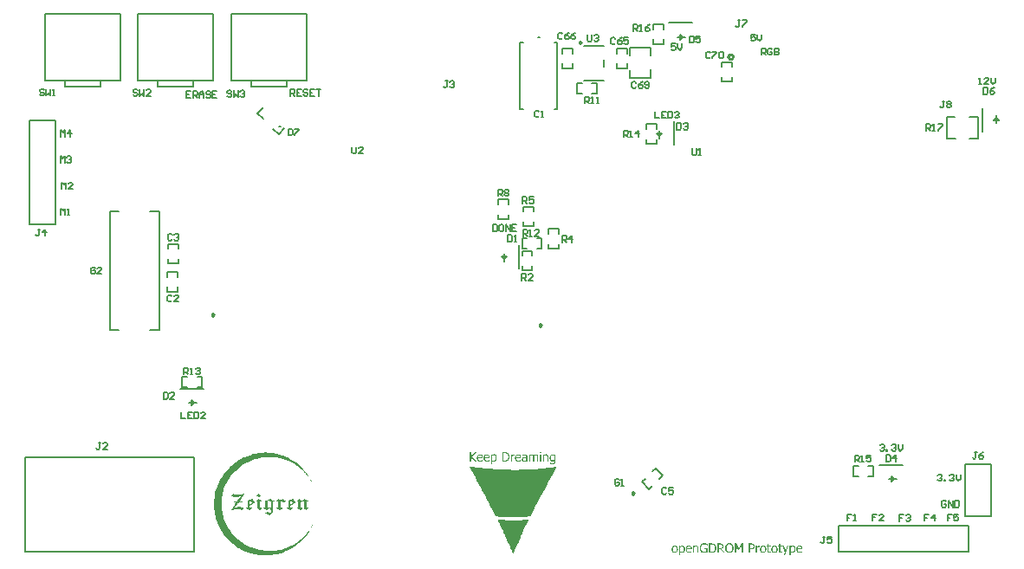
<source format=gto>
G04*
G04 #@! TF.GenerationSoftware,Altium Limited,Altium Designer,19.1.8 (144)*
G04*
G04 Layer_Color=65535*
%FSLAX44Y44*%
%MOMM*%
G71*
G01*
G75*
%ADD10C,0.2500*%
%ADD11C,0.2540*%
%ADD12C,0.1270*%
%ADD13C,0.1524*%
%ADD14C,0.2000*%
G36*
X524582Y94443D02*
X524166Y93749D01*
X523471Y92499D01*
X522777Y90971D01*
X521666Y89166D01*
X520694Y87082D01*
X519444Y84860D01*
X518332Y82638D01*
X517082Y80416D01*
X515832Y78194D01*
X514860Y76110D01*
X513888Y74305D01*
X513055Y72777D01*
X512360Y71666D01*
X511944Y70833D01*
X511805Y70694D01*
Y70555D01*
X510694Y68333D01*
X509582Y66249D01*
X507638Y62638D01*
X505832Y59305D01*
X504444Y56527D01*
X503194Y54305D01*
X502083Y52361D01*
X501249Y50694D01*
X500694Y49444D01*
X500138Y48472D01*
X499721Y47638D01*
X499444Y47083D01*
X499166Y46805D01*
Y46527D01*
X499027Y46389D01*
X497360Y46250D01*
X495555Y46111D01*
X494722Y45972D01*
X494166D01*
X493749Y45833D01*
X493610D01*
X492222Y45694D01*
X488749D01*
X486805Y45555D01*
X479861D01*
X477638Y45694D01*
X475555D01*
X473889Y45833D01*
X472500D01*
X471389Y45972D01*
X470555D01*
X468889Y46111D01*
X467777Y46250D01*
X466944D01*
X466250Y46389D01*
X465694D01*
Y46527D01*
X465555Y46666D01*
X465139Y47361D01*
X464444Y48611D01*
X463750Y50138D01*
X462639Y51944D01*
X461666Y54027D01*
X460416Y56111D01*
X459305Y58472D01*
X458055Y60694D01*
X456805Y62777D01*
X455833Y64860D01*
X454861Y66666D01*
X454028Y68194D01*
X453333Y69444D01*
X452916Y70138D01*
X452778Y70416D01*
X451666Y72638D01*
X450555Y74721D01*
X448611Y78471D01*
X446805Y81666D01*
X445417Y84444D01*
X444167Y86805D01*
X443055Y88749D01*
X442222Y90416D01*
X441667Y91666D01*
X441111Y92638D01*
X440694Y93471D01*
X440417Y94027D01*
X440139Y94305D01*
Y94582D01*
X440000Y94721D01*
X443333Y94443D01*
X446528Y94166D01*
X449305Y93888D01*
X451944Y93610D01*
X454305Y93471D01*
X456389Y93193D01*
X458333Y93055D01*
X460000Y92916D01*
X461389Y92777D01*
X462639D01*
X463750Y92638D01*
X464583D01*
X465139Y92499D01*
X465972D01*
X468750Y92360D01*
X471527Y92221D01*
X474305Y92082D01*
X476944Y91944D01*
X480000D01*
X480833Y91805D01*
X486111D01*
X489722Y91944D01*
X492916D01*
X495694Y92082D01*
X496805D01*
X497916Y92221D01*
X499583D01*
X500277Y92360D01*
X501110D01*
X502777Y92499D01*
X504444Y92638D01*
X508194Y92916D01*
X512221Y93332D01*
X515971Y93749D01*
X517777Y93888D01*
X519444Y94166D01*
X520832Y94305D01*
X522221Y94443D01*
X523193Y94582D01*
X524027D01*
X524582Y94721D01*
X524721D01*
X524582Y94443D01*
D02*
G37*
G36*
X497360Y42916D02*
X497221Y42639D01*
X497083Y42361D01*
X496944Y41805D01*
X496527Y41111D01*
X496110Y40277D01*
X495694Y39166D01*
X494999Y37777D01*
X494305Y36250D01*
X493472Y34305D01*
X492499Y32083D01*
X491388Y29583D01*
X489999Y26667D01*
X489860Y26528D01*
X489722Y25972D01*
X489305Y25139D01*
X488749Y24028D01*
X488194Y22778D01*
X487638Y21389D01*
X486249Y18333D01*
X484722Y15278D01*
X484166Y13889D01*
X483611Y12639D01*
X483055Y11528D01*
X482638Y10694D01*
X482500Y10139D01*
X482361Y10000D01*
X482222Y10278D01*
X482083Y10556D01*
X481944Y10833D01*
X481805Y11389D01*
X481388Y12083D01*
X480972Y12917D01*
X480555Y14028D01*
X479861Y15417D01*
X479166Y17083D01*
X478333Y18889D01*
X477361Y21111D01*
X476250Y23750D01*
X474861Y26667D01*
X474722Y26805D01*
X474583Y27361D01*
X474166Y28194D01*
X473611Y29305D01*
X473055Y30555D01*
X472500Y31944D01*
X471111Y35000D01*
X469583Y37916D01*
X469027Y39305D01*
X468472Y40555D01*
X467916Y41666D01*
X467500Y42500D01*
X467361Y43055D01*
X467222Y43194D01*
X468194D01*
X469166Y43055D01*
X470555Y42916D01*
X471944D01*
X473611Y42777D01*
X475139Y42639D01*
X478611D01*
X480416Y42500D01*
X486111D01*
X487222Y42639D01*
X490138D01*
X491249Y42777D01*
X492499D01*
X494027Y42916D01*
X495694Y43055D01*
X497499Y43194D01*
X497360Y42916D01*
D02*
G37*
G36*
X242587Y108695D02*
X244161Y108603D01*
X246013Y108418D01*
X248050Y108140D01*
X250271Y107770D01*
X252493Y107307D01*
X252586D01*
X252771Y107214D01*
X253049Y107122D01*
X253512Y107029D01*
X254067Y106844D01*
X254623Y106659D01*
X256104Y106196D01*
X257863Y105640D01*
X259715Y104807D01*
X261659Y103974D01*
X263696Y102955D01*
X263789D01*
X263974Y102863D01*
X264252Y102678D01*
X264622Y102493D01*
X265640Y101844D01*
X266936Y101104D01*
X268418Y100178D01*
X270084Y98974D01*
X271751Y97771D01*
X273510Y96382D01*
X273603D01*
X273695Y96197D01*
X274251Y95641D01*
X275084Y94901D01*
X276195Y93790D01*
X277491Y92401D01*
X278787Y90920D01*
X280176Y89253D01*
X281472Y87402D01*
Y87309D01*
X281657Y87216D01*
X281842Y86938D01*
X282027Y86476D01*
X282398Y86013D01*
X282676Y85457D01*
X283509Y84161D01*
X284435Y82495D01*
X285453Y80643D01*
X286379Y78699D01*
X286688Y77989D01*
X286842Y77680D01*
X287027Y77217D01*
X287212Y76847D01*
X287305Y76662D01*
Y76569D01*
X286688Y77989D01*
X286564Y78236D01*
X286194Y78884D01*
X285361Y80365D01*
X284342Y82124D01*
X283046Y84068D01*
X281565Y86105D01*
X279991Y88049D01*
X279898Y88142D01*
X279806Y88235D01*
X279528Y88512D01*
X279250Y88883D01*
X278324Y89901D01*
X277121Y91105D01*
X275639Y92401D01*
X273880Y93882D01*
X272029Y95364D01*
X269992Y96845D01*
X269899D01*
X269714Y97030D01*
X269436Y97215D01*
X269066Y97400D01*
X268510Y97771D01*
X267862Y98048D01*
X266381Y98882D01*
X264529Y99808D01*
X262493Y100733D01*
X260178Y101659D01*
X257771Y102493D01*
X257678D01*
X257493Y102585D01*
X257123Y102678D01*
X256660Y102770D01*
X256012Y102955D01*
X255364Y103141D01*
X254530Y103326D01*
X253605Y103511D01*
X251568Y103789D01*
X249253Y104159D01*
X246753Y104344D01*
X244161Y104437D01*
X243050D01*
X242495Y104344D01*
X241847D01*
X240180Y104252D01*
X238328Y104066D01*
X236199Y103696D01*
X233977Y103326D01*
X231755Y102770D01*
X231662D01*
X231477Y102678D01*
X231199Y102585D01*
X230737Y102493D01*
X230181Y102307D01*
X229533Y102122D01*
X228052Y101567D01*
X226292Y100919D01*
X224441Y100085D01*
X222497Y99159D01*
X220552Y98141D01*
X220460D01*
X220275Y98048D01*
X219997Y97863D01*
X219627Y97586D01*
X218701Y96938D01*
X217405Y96104D01*
X215923Y95086D01*
X214257Y93882D01*
X212590Y92493D01*
X210924Y90920D01*
X210739Y90734D01*
X210183Y90179D01*
X209442Y89346D01*
X208424Y88142D01*
X207313Y86753D01*
X206109Y85180D01*
X204906Y83513D01*
X203702Y81661D01*
Y81569D01*
X203610Y81476D01*
X203424Y81198D01*
X203239Y80736D01*
X202962Y80273D01*
X202684Y79717D01*
X201943Y78421D01*
X201203Y76754D01*
X200462Y74903D01*
X199629Y72866D01*
X198981Y70736D01*
Y70644D01*
X198888Y70459D01*
X198795Y70181D01*
X198703Y69718D01*
X198610Y69163D01*
X198425Y68514D01*
X198147Y66941D01*
X197870Y65089D01*
X197592Y63052D01*
X197407Y60738D01*
X197314Y58423D01*
Y58330D01*
Y58145D01*
Y57775D01*
Y57312D01*
X197407Y56757D01*
Y56108D01*
X197499Y54535D01*
X197684Y52683D01*
X198055Y50646D01*
X198425Y48424D01*
X198981Y46202D01*
Y46109D01*
X199073Y45924D01*
X199166Y45647D01*
X199258Y45184D01*
X199443Y44721D01*
X199629Y44073D01*
X200184Y42591D01*
X200832Y40925D01*
X201665Y39073D01*
X202591Y37129D01*
X203702Y35185D01*
Y35092D01*
X203888Y34999D01*
X203980Y34722D01*
X204258Y34351D01*
X204906Y33426D01*
X205739Y32129D01*
X206850Y30741D01*
X208054Y29167D01*
X209442Y27593D01*
X210924Y26019D01*
X211016D01*
X211109Y25834D01*
X211664Y25278D01*
X212590Y24538D01*
X213794Y23519D01*
X215183Y22408D01*
X216849Y21205D01*
X218608Y20001D01*
X220552Y18797D01*
X220645D01*
X220830Y18705D01*
X221108Y18520D01*
X221478Y18334D01*
X221941Y18057D01*
X222497Y17779D01*
X223885Y17131D01*
X225552Y16390D01*
X227404Y15650D01*
X229533Y14909D01*
X231755Y14261D01*
X231847D01*
X232033Y14168D01*
X232310Y14076D01*
X232773Y13983D01*
X233329Y13891D01*
X233977Y13705D01*
X235551Y13428D01*
X237402Y13150D01*
X239532Y12872D01*
X241754Y12687D01*
X244161Y12594D01*
X245365D01*
X246013Y12687D01*
X246753D01*
X247494Y12780D01*
X248420Y12872D01*
X250549Y13057D01*
X252771Y13428D01*
X255178Y13891D01*
X257678Y14539D01*
X257771D01*
X257956Y14631D01*
X258326Y14724D01*
X258789Y14909D01*
X259437Y15094D01*
X260085Y15279D01*
X261659Y15927D01*
X263603Y16668D01*
X265640Y17594D01*
X267677Y18705D01*
X269806Y20001D01*
X269899D01*
X270084Y20186D01*
X270362Y20371D01*
X270732Y20649D01*
X271843Y21390D01*
X273139Y22408D01*
X274713Y23704D01*
X276380Y25186D01*
X278139Y26852D01*
X279806Y28704D01*
X279898Y28796D01*
X279991Y28889D01*
X280268Y29167D01*
X280546Y29630D01*
X280917Y30093D01*
X281379Y30648D01*
X282398Y31944D01*
X283601Y33611D01*
X284805Y35462D01*
X286009Y37592D01*
X287120Y39814D01*
Y39721D01*
X287027Y39536D01*
X286842Y39166D01*
X286657Y38610D01*
X286286Y37962D01*
X286009Y37222D01*
X285546Y36388D01*
X285175Y35555D01*
X284064Y33518D01*
X282768Y31296D01*
X281194Y29074D01*
X279528Y26852D01*
X279435Y26760D01*
X279343Y26574D01*
X279065Y26297D01*
X278694Y25834D01*
X278232Y25371D01*
X277676Y24723D01*
X276287Y23427D01*
X274713Y21853D01*
X272862Y20094D01*
X270825Y18427D01*
X268603Y16853D01*
X268510D01*
X268325Y16668D01*
X267955Y16483D01*
X267585Y16205D01*
X266936Y15835D01*
X266288Y15372D01*
X265548Y15001D01*
X264622Y14446D01*
X262678Y13428D01*
X260363Y12409D01*
X257956Y11298D01*
X255271Y10372D01*
X255178D01*
X254993Y10280D01*
X254530Y10187D01*
X254067Y10002D01*
X253327Y9817D01*
X252586Y9632D01*
X251660Y9447D01*
X250734Y9261D01*
X248420Y8891D01*
X245920Y8521D01*
X243235Y8243D01*
X240365Y8150D01*
X239162D01*
X238606Y8243D01*
X237865D01*
X237032Y8336D01*
X236106D01*
X234069Y8613D01*
X231755Y8891D01*
X229348Y9354D01*
X226941Y9909D01*
X226848D01*
X226663Y10002D01*
X226292Y10095D01*
X225830Y10280D01*
X225274Y10465D01*
X224534Y10650D01*
X222959Y11206D01*
X221108Y11946D01*
X219071Y12780D01*
X217034Y13798D01*
X214905Y14909D01*
X214812D01*
X214627Y15094D01*
X214349Y15279D01*
X213979Y15465D01*
X212961Y16205D01*
X211572Y17131D01*
X209998Y18334D01*
X208331Y19723D01*
X206572Y21205D01*
X204813Y22871D01*
X204721Y22964D01*
X204628Y23056D01*
X204350Y23334D01*
X204073Y23704D01*
X203147Y24630D01*
X202128Y25834D01*
X200832Y27315D01*
X199536Y29074D01*
X198240Y30926D01*
X196944Y32870D01*
Y32963D01*
X196759Y33148D01*
X196666Y33426D01*
X196388Y33888D01*
X196110Y34351D01*
X195833Y34999D01*
X195092Y36481D01*
X194259Y38333D01*
X193426Y40369D01*
X192592Y42684D01*
X191852Y45091D01*
Y45184D01*
X191759Y45369D01*
X191667Y45739D01*
X191574Y46202D01*
X191389Y46757D01*
X191296Y47498D01*
X191111Y48331D01*
X190926Y49165D01*
X190555Y51202D01*
X190278Y53424D01*
X190093Y55831D01*
X190000Y58330D01*
Y58423D01*
Y58608D01*
Y58979D01*
Y59534D01*
X190093Y60182D01*
Y60830D01*
X190185Y61663D01*
X190278Y62589D01*
X190463Y64626D01*
X190741Y66941D01*
X191204Y69348D01*
X191852Y71755D01*
Y71848D01*
X191944Y72033D01*
X192037Y72403D01*
X192222Y72866D01*
X192407Y73421D01*
X192592Y74162D01*
X193148Y75736D01*
X193888Y77588D01*
X194814Y79625D01*
X195833Y81754D01*
X196944Y83791D01*
Y83883D01*
X197129Y84068D01*
X197314Y84346D01*
X197499Y84717D01*
X198240Y85828D01*
X199166Y87124D01*
X200277Y88698D01*
X201665Y90457D01*
X203147Y92216D01*
X204813Y93975D01*
X204906Y94067D01*
X204998Y94160D01*
X205276Y94438D01*
X205646Y94715D01*
X206572Y95641D01*
X207776Y96660D01*
X209350Y97956D01*
X211016Y99252D01*
X212868Y100548D01*
X214905Y101844D01*
X214997D01*
X215183Y102030D01*
X215460Y102122D01*
X215831Y102400D01*
X216386Y102678D01*
X216942Y102955D01*
X218423Y103696D01*
X220275Y104529D01*
X222311Y105363D01*
X224534Y106196D01*
X226941Y106937D01*
X227033D01*
X227218Y107029D01*
X227589Y107122D01*
X228052Y107214D01*
X228700Y107399D01*
X229348Y107492D01*
X230181Y107677D01*
X231014Y107862D01*
X233051Y108233D01*
X235366Y108510D01*
X237773Y108695D01*
X240365Y108788D01*
X241939D01*
X242587Y108695D01*
D02*
G37*
G36*
X219256Y68144D02*
Y68052D01*
Y67866D01*
Y67774D01*
Y67681D01*
X219164Y67589D01*
X218886Y67218D01*
X218516Y66755D01*
X218053Y66200D01*
X217960Y66015D01*
X217682Y65644D01*
X217312Y65181D01*
X217034Y64811D01*
X216942Y64719D01*
X216849Y64348D01*
X216571Y63885D01*
X216294Y63330D01*
X216201Y63145D01*
X216016Y62774D01*
X215831Y62312D01*
X215553Y61941D01*
X215460Y61849D01*
Y61756D01*
X215368Y61478D01*
X215275Y61386D01*
X215090Y61200D01*
X217590D01*
X217682Y61108D01*
X217775Y61015D01*
X217868Y60923D01*
Y60738D01*
Y60645D01*
X217775Y60552D01*
X217682Y60460D01*
X217405Y60367D01*
X214349D01*
Y60275D01*
X214257Y60182D01*
X213886Y59627D01*
X213794Y59534D01*
X213701Y59349D01*
X213516Y59164D01*
X213331Y58979D01*
X213238Y58886D01*
X212961Y58516D01*
X212590Y58053D01*
X212220Y57590D01*
X212127Y57497D01*
X212035Y57312D01*
X211757Y57034D01*
X211479Y56664D01*
X211109Y56201D01*
X210553Y55553D01*
X209905Y54720D01*
X209998D01*
X210183Y54812D01*
X210276D01*
X210646Y54905D01*
X211109Y55090D01*
X211757Y55183D01*
X211850D01*
X212220Y55275D01*
X212683Y55368D01*
X213146Y55460D01*
X216201D01*
X216386Y55368D01*
X216942Y55275D01*
X217034D01*
X217312Y55183D01*
X217590Y55090D01*
X217960D01*
X218516Y54905D01*
X219071Y54812D01*
X219164Y54720D01*
X219256Y54349D01*
Y54257D01*
X219164Y54164D01*
X219071Y54072D01*
X218886Y53886D01*
X218701Y53701D01*
X218516Y53516D01*
X218330Y53331D01*
X218053Y53053D01*
X217590Y52498D01*
X217497D01*
X217312Y52405D01*
X217219D01*
X217034Y52498D01*
X216664Y52683D01*
X216016Y52961D01*
X215183Y53238D01*
X210831D01*
X210553Y53146D01*
X210183Y53053D01*
X209905Y52961D01*
X209813D01*
X209442Y52868D01*
X209072Y52775D01*
X208702Y52683D01*
X208146Y52590D01*
X207498Y52405D01*
X207406D01*
X207313Y52498D01*
X207220Y52683D01*
X207128Y52961D01*
Y53053D01*
X207313Y53424D01*
X207406Y53516D01*
X207498Y53609D01*
X207683Y53794D01*
X207776Y53886D01*
X207961Y54164D01*
X208146Y54535D01*
X208424Y54997D01*
X208517Y55090D01*
X208702Y55460D01*
X208979Y55738D01*
X209257Y56108D01*
X209350Y56201D01*
X209442Y56479D01*
X209628Y56849D01*
X209905Y57497D01*
X209998Y57682D01*
X210183Y57960D01*
X210461Y58423D01*
X210646Y58886D01*
Y58979D01*
X210739Y59071D01*
X211109Y59534D01*
X211201Y59627D01*
X211294Y59812D01*
X211664Y60275D01*
X211572D01*
X211387Y60367D01*
X209350D01*
X209257Y60460D01*
X209165Y60645D01*
Y60738D01*
Y60830D01*
X209350Y61015D01*
X209442Y61108D01*
X209535Y61200D01*
X212313D01*
X212405Y61293D01*
X212498Y61478D01*
X212590Y61663D01*
X212683Y61756D01*
X212868Y62034D01*
X212961Y62126D01*
X213238Y62497D01*
X213609Y62867D01*
X213979Y63330D01*
X214072Y63422D01*
X214164Y63608D01*
X214442Y63885D01*
X214720Y64256D01*
X215183Y64719D01*
X215738Y65367D01*
X216242Y66015D01*
X216016D01*
X215646Y65922D01*
X215090Y65830D01*
X214534Y65644D01*
X214442D01*
X214072Y65552D01*
X213609Y65459D01*
X213146Y65274D01*
X210091D01*
X209905Y65367D01*
X209628Y65459D01*
X209350Y65552D01*
X209257D01*
X208979Y65644D01*
X208702Y65737D01*
X208331Y65830D01*
X207868Y65922D01*
X207313Y66015D01*
X207220Y66107D01*
X207128Y66385D01*
Y66478D01*
Y66570D01*
X207220Y66755D01*
X207313Y66848D01*
X207498Y67126D01*
X207591D01*
X207683Y67218D01*
X207961Y67496D01*
X208054Y67681D01*
X208331Y67866D01*
X208702Y68237D01*
X208794Y68329D01*
X209072D01*
X209350Y68237D01*
X209720Y68144D01*
X210091Y67959D01*
X210183D01*
X210461Y67866D01*
X211016Y67681D01*
X215368D01*
X215646Y67774D01*
X216386Y67866D01*
X216479D01*
X216571Y67959D01*
X216849D01*
X217127Y68052D01*
X217590Y68144D01*
X218145Y68237D01*
X218793Y68329D01*
X218979D01*
X219256Y68144D01*
D02*
G37*
G36*
X233977Y68237D02*
X234069D01*
X234162Y68052D01*
X234532Y67774D01*
X234625Y67681D01*
X234718Y67496D01*
X235088Y67218D01*
X235643Y66663D01*
Y66570D01*
Y66478D01*
Y66385D01*
Y66293D01*
X235551Y66200D01*
X235366Y66015D01*
X235273D01*
X235180Y65922D01*
X234625Y65644D01*
X234532D01*
X234347Y65552D01*
X233884Y65274D01*
X233607D01*
X233421Y65367D01*
X233144Y65552D01*
X232959Y65644D01*
X232588Y65830D01*
X232033Y66015D01*
X231940Y66107D01*
X231847Y66385D01*
Y66478D01*
Y66570D01*
X231940Y66755D01*
X232033Y66848D01*
X232125Y66941D01*
X232496Y67311D01*
X232588D01*
X232773Y67496D01*
X233051Y67774D01*
X233514Y68237D01*
X233607Y68329D01*
X233792D01*
X233977Y68237D01*
D02*
G37*
G36*
X278880Y63330D02*
X279065Y63237D01*
X279250Y62959D01*
X279713Y62497D01*
X279806D01*
X279898Y62404D01*
X280361Y62219D01*
X280454D01*
X280546Y62126D01*
X281009Y61941D01*
X281657D01*
X281842Y61849D01*
X281935Y61756D01*
Y61663D01*
Y61386D01*
Y61293D01*
X281842Y61108D01*
X281750D01*
X281657Y61015D01*
X281565D01*
X281379Y60923D01*
X281287Y60830D01*
X281009Y60738D01*
X280824Y60645D01*
X280546Y60552D01*
Y60367D01*
Y59812D01*
Y58979D01*
Y57867D01*
Y57775D01*
Y57590D01*
Y57312D01*
Y56942D01*
Y56016D01*
Y55183D01*
X280639Y55090D01*
X280731Y54997D01*
X280824D01*
X280917Y54905D01*
X281102Y54812D01*
X281657D01*
X281935Y54627D01*
X282027Y54535D01*
Y54349D01*
Y54257D01*
X281935Y54164D01*
X281842Y54072D01*
X281750Y53886D01*
X281565Y53701D01*
X281379Y53516D01*
X281194Y53331D01*
X280917Y53053D01*
X280361Y52498D01*
X280268D01*
X279991Y52405D01*
X279898Y52498D01*
X279713Y52775D01*
X279620Y52868D01*
X279528Y52961D01*
X279435Y53053D01*
X279250Y53146D01*
X278787Y53516D01*
Y53609D01*
X278602Y53701D01*
X278324Y54164D01*
Y54257D01*
X278232Y54349D01*
Y54442D01*
Y54535D01*
Y54812D01*
Y55090D01*
Y55553D01*
Y56108D01*
Y56664D01*
Y57405D01*
Y57497D01*
Y57775D01*
Y58053D01*
Y58516D01*
Y59534D01*
Y60552D01*
X278139Y60645D01*
X277676Y60738D01*
X277491Y60830D01*
X277213Y61015D01*
X276565D01*
X276380Y60923D01*
X275732Y60738D01*
X275639D01*
X275454Y60645D01*
X274899Y60460D01*
Y60275D01*
Y59719D01*
Y58979D01*
Y57867D01*
Y57775D01*
Y57590D01*
Y57312D01*
Y56942D01*
Y56108D01*
Y55368D01*
X274991D01*
X275084Y55275D01*
X275269Y55183D01*
X275454Y55090D01*
X275732Y54997D01*
X276102Y54720D01*
X276195D01*
X276287Y54627D01*
X276380Y54535D01*
Y54257D01*
X276195D01*
Y54164D01*
Y54072D01*
X276010Y53979D01*
X275732Y53609D01*
X275547Y53424D01*
X275176Y53053D01*
X274621Y52498D01*
X274528D01*
X274251Y52405D01*
Y52498D01*
X274158D01*
X274065Y52590D01*
X273788Y52961D01*
X273695Y53053D01*
X273510Y53238D01*
X273417D01*
X273325Y53331D01*
X273139Y53424D01*
X273047D01*
X272862Y53516D01*
X272584Y53701D01*
X272214Y53886D01*
X272121D01*
X271936Y53794D01*
X271566D01*
X271381Y53886D01*
X271288Y53979D01*
X271195Y54164D01*
Y54257D01*
X271103Y54349D01*
Y54442D01*
Y54535D01*
X271195Y54720D01*
X271381Y54812D01*
X271473D01*
X271566Y54905D01*
X272029Y55090D01*
X272121D01*
X272214Y55183D01*
X272491Y55368D01*
Y55553D01*
Y56016D01*
Y56849D01*
Y57960D01*
Y58053D01*
Y58238D01*
Y58516D01*
Y58886D01*
Y59719D01*
Y60552D01*
Y60645D01*
X272399Y60738D01*
X272306Y60830D01*
X272121Y61015D01*
X271381D01*
X271195Y61200D01*
Y61293D01*
X271103Y61386D01*
Y61478D01*
Y61571D01*
X271195Y61756D01*
X271288Y61849D01*
X271381Y61941D01*
X271843Y62312D01*
X272029Y62497D01*
X272306Y62867D01*
X272769Y63330D01*
X272862Y63422D01*
X273047D01*
X273325Y63330D01*
X273417Y63237D01*
X273510Y63145D01*
X273788Y62774D01*
X273880D01*
X273973Y62589D01*
X274343Y62312D01*
X274899Y61756D01*
Y61663D01*
Y61386D01*
X274991D01*
X275176Y61478D01*
X275732Y61756D01*
X275824D01*
X276010Y61849D01*
X276472Y61941D01*
X276565D01*
X276658Y62034D01*
X277121Y62219D01*
X277213D01*
X277306Y62312D01*
X277676Y62589D01*
X277769D01*
X277861Y62682D01*
X278139Y62867D01*
Y62959D01*
X278232Y63052D01*
X278324Y63237D01*
X278417Y63330D01*
X278602D01*
X278694Y63422D01*
X278787D01*
X278880Y63330D01*
D02*
G37*
G36*
X253234D02*
Y63237D01*
X253419Y63145D01*
X253605Y62867D01*
X253882Y62589D01*
X253975Y62497D01*
X254067Y62404D01*
X254438Y62034D01*
X254530Y62126D01*
X254715Y62219D01*
X255364Y62404D01*
X255456D01*
X255734Y62589D01*
X256197Y62867D01*
X256660Y63052D01*
X257123Y63330D01*
X257308D01*
X257493Y63145D01*
X257678Y62959D01*
X257771Y62867D01*
X257956Y62774D01*
X258048Y62682D01*
X258234Y62497D01*
X258326D01*
X258419Y62404D01*
X258882Y62219D01*
X258974D01*
X259067Y62126D01*
X259437Y61941D01*
X260178D01*
X260363Y61849D01*
X260456Y61756D01*
X260548Y61571D01*
Y61386D01*
Y61293D01*
X260456Y61200D01*
X260363Y61108D01*
Y61015D01*
X260271D01*
X260178Y60923D01*
X259900Y60830D01*
X259530Y60738D01*
X259437D01*
X259252Y60552D01*
X258789Y60367D01*
X257030D01*
X256938Y60460D01*
X256845Y60552D01*
X256289Y61015D01*
X256197Y61108D01*
X256104Y61200D01*
X255734Y61663D01*
X255641Y61571D01*
X255364Y61386D01*
X255271D01*
X255178Y61293D01*
X254808Y61200D01*
Y61015D01*
Y60738D01*
Y60460D01*
Y59534D01*
Y58238D01*
Y58145D01*
Y57960D01*
Y57590D01*
Y57219D01*
Y56294D01*
Y55368D01*
X254993Y55275D01*
X255178Y55183D01*
X255456Y55090D01*
X255549D01*
X255641Y54997D01*
X255919Y54812D01*
X256660D01*
X256845Y54720D01*
X256938Y54627D01*
X257030Y54535D01*
Y54349D01*
Y54257D01*
X256938Y54164D01*
Y54072D01*
X256845Y53979D01*
Y53886D01*
X256752D01*
X256660Y53794D01*
X256104Y53609D01*
X256012D01*
X255826Y53516D01*
X255641Y53424D01*
X255456Y53238D01*
X255364Y53146D01*
X255086Y53053D01*
X254993Y52961D01*
X254901Y52775D01*
X254623Y52498D01*
X254530D01*
X254345Y52405D01*
X254253Y52498D01*
X254160D01*
X254067Y52590D01*
X253790Y52961D01*
X253605Y53053D01*
X253327Y53238D01*
X253234Y53331D01*
X252956Y53424D01*
X252864Y53516D01*
X252586Y53701D01*
X252216Y53886D01*
X252123D01*
X251845Y53794D01*
X251568D01*
X251383Y53886D01*
X251290Y53979D01*
X251197Y54164D01*
Y54257D01*
X251105Y54349D01*
Y54442D01*
Y54535D01*
X251197Y54720D01*
X251383Y54812D01*
X251475D01*
X251568Y54905D01*
X251938Y55090D01*
X252031D01*
X252123Y55183D01*
X252586Y55368D01*
Y55553D01*
Y56016D01*
Y56849D01*
Y57960D01*
Y58053D01*
Y58238D01*
Y58516D01*
Y58886D01*
Y59719D01*
Y60552D01*
X252493Y60645D01*
X252401Y60738D01*
X252216Y60830D01*
X252031Y61015D01*
X251383D01*
X251197Y61200D01*
Y61293D01*
X251105Y61386D01*
Y61478D01*
Y61571D01*
X251197Y61756D01*
X251290Y61849D01*
X251383Y61941D01*
X251753Y62312D01*
X251938Y62497D01*
X252308Y62867D01*
X252771Y63330D01*
Y63422D01*
X253049D01*
X253234Y63330D01*
D02*
G37*
G36*
X267492Y63237D02*
X267677Y63052D01*
X267770Y62959D01*
X267862Y62774D01*
X268233Y62219D01*
X268325Y62126D01*
X268510Y61849D01*
X268696Y61571D01*
X268973Y61200D01*
X269344Y60830D01*
X269714Y60275D01*
X269806D01*
Y60182D01*
Y59997D01*
Y59904D01*
X269714Y59719D01*
X269621D01*
X269529Y59627D01*
X269436D01*
X269344Y59534D01*
X268788Y59256D01*
X268696D01*
X268510Y59164D01*
X268233Y59071D01*
X267955Y58886D01*
X267862Y58793D01*
X267585Y58608D01*
X267029Y58238D01*
X266381Y57867D01*
X266196Y57775D01*
X265826Y57590D01*
X265270Y57219D01*
X264807Y56942D01*
Y56849D01*
Y56757D01*
Y56201D01*
Y56108D01*
Y55923D01*
Y55368D01*
X264992Y55275D01*
X265363Y55090D01*
X265455D01*
X265548Y54997D01*
X265918Y54812D01*
X266659D01*
X266844Y54627D01*
X266936Y54535D01*
Y54349D01*
Y54257D01*
X266844Y54164D01*
Y54072D01*
X266751Y53979D01*
Y53886D01*
X266566Y53794D01*
X266103Y53609D01*
X266011D01*
X265826Y53516D01*
X265548Y53424D01*
X265363Y53238D01*
X265270Y53146D01*
X265085Y53053D01*
X264992Y52961D01*
X264900Y52775D01*
X264622Y52498D01*
X264529D01*
X264344Y52405D01*
X264252D01*
X264159Y52498D01*
X264066D01*
X263974Y52590D01*
X263696Y52961D01*
X263603Y53053D01*
X263418Y53238D01*
X263233Y53331D01*
X263048Y53424D01*
X262863Y53516D01*
X262585Y53701D01*
X262122Y53886D01*
X262030D01*
X261844Y53794D01*
X261567D01*
X261381Y53886D01*
X261289Y53979D01*
X261104Y54164D01*
Y54257D01*
X261011Y54349D01*
Y54442D01*
X261104Y54535D01*
X261196Y54720D01*
X261381Y54812D01*
X261474D01*
X261567Y54905D01*
X261937Y55090D01*
X262030D01*
X262122Y55183D01*
X262400Y55368D01*
Y55460D01*
Y55553D01*
Y56016D01*
Y56664D01*
Y57312D01*
Y57497D01*
Y57775D01*
Y58145D01*
Y58701D01*
Y59441D01*
Y60460D01*
Y61663D01*
X262493Y61756D01*
X262770Y61849D01*
Y61941D01*
X262955D01*
X263141Y62034D01*
X263418D01*
X263696Y62126D01*
X263789D01*
X264066Y62219D01*
X264344Y62312D01*
X264715Y62404D01*
X265085Y62497D01*
X265640Y62589D01*
X265733Y62682D01*
X266011Y62774D01*
X266474Y63052D01*
X267122Y63422D01*
X267307D01*
X267492Y63237D01*
D02*
G37*
G36*
X234162Y63330D02*
X234255Y63145D01*
X234440Y62867D01*
X234532D01*
X234625Y62774D01*
X234810Y62497D01*
X234903D01*
X234995Y62404D01*
X235180Y62312D01*
X235366Y62219D01*
X235736Y62126D01*
X236199Y61849D01*
X236292D01*
X236384Y61663D01*
Y61571D01*
Y61478D01*
Y61293D01*
Y61200D01*
X236292Y61108D01*
X236199Y61015D01*
X236106Y60923D01*
X235643Y60738D01*
X235551D01*
X235366Y60645D01*
X235180D01*
X234995Y60552D01*
Y60367D01*
Y59812D01*
Y58979D01*
Y57867D01*
Y57775D01*
Y57590D01*
Y57312D01*
Y56942D01*
Y56016D01*
Y55183D01*
X235088Y55090D01*
X235180Y54997D01*
X235273Y54905D01*
X235366Y54812D01*
X236106D01*
X236292Y54627D01*
X236384Y54535D01*
Y54257D01*
Y54164D01*
Y54072D01*
X236199Y53979D01*
X235921Y53609D01*
X235736Y53424D01*
X235366Y53053D01*
X234810Y52498D01*
X234718D01*
X234532Y52405D01*
X234440Y52498D01*
X234347D01*
X234162Y52683D01*
X233792Y53053D01*
X233329Y53516D01*
X232773Y54164D01*
Y54257D01*
X232681Y54349D01*
Y54442D01*
Y54535D01*
Y54812D01*
Y55090D01*
Y55553D01*
Y56108D01*
Y56664D01*
Y57405D01*
Y57497D01*
Y57775D01*
Y58053D01*
Y58516D01*
Y59534D01*
Y60552D01*
X232496Y60645D01*
X232218Y60738D01*
X232125Y60830D01*
X231847Y60923D01*
X231477Y61108D01*
X231385D01*
X231292Y61293D01*
Y61386D01*
Y61478D01*
Y61663D01*
X231385Y61756D01*
Y61849D01*
X231477D01*
Y61941D01*
X231570D01*
X231662Y62034D01*
X232125Y62219D01*
X232218D01*
X232403Y62312D01*
X232681Y62404D01*
X232866Y62497D01*
X232959Y62589D01*
X233144Y62774D01*
X233236Y62867D01*
X233329Y63052D01*
X233607Y63330D01*
X233699Y63422D01*
X233884D01*
X234162Y63330D01*
D02*
G37*
G36*
X227589Y63237D02*
X227681Y63052D01*
X227774Y62959D01*
X227959Y62774D01*
X228422Y62219D01*
X228514Y62126D01*
X228700Y61849D01*
X228885Y61571D01*
X229163Y61200D01*
X229533Y60830D01*
X229903Y60275D01*
Y60182D01*
Y59997D01*
Y59904D01*
X229811Y59719D01*
X229718Y59627D01*
X229625D01*
X229440Y59534D01*
X228885Y59256D01*
X228792D01*
X228607Y59164D01*
X228144Y58886D01*
X228052Y58793D01*
X227681Y58608D01*
X227218Y58238D01*
X226570Y57867D01*
X226385Y57775D01*
X226015Y57590D01*
X225459Y57219D01*
X224904Y56942D01*
Y56849D01*
Y56757D01*
Y56201D01*
Y56108D01*
Y55923D01*
Y55368D01*
X224996D01*
X225089Y55275D01*
X225459Y55090D01*
X225552D01*
X225644Y54997D01*
X226015Y54812D01*
X226756D01*
X226941Y54720D01*
X227033Y54627D01*
Y54535D01*
Y54349D01*
Y54257D01*
Y54164D01*
Y54072D01*
X226941Y53979D01*
Y53886D01*
X226848D01*
X226756Y53794D01*
X226478Y53701D01*
X226107Y53609D01*
X226015D01*
X225922Y53516D01*
X225459Y53238D01*
X225367Y53146D01*
X225274Y53053D01*
X225182Y52961D01*
X224996Y52775D01*
X224719Y52498D01*
X224626D01*
X224348Y52405D01*
Y52498D01*
X224256D01*
X224163Y52590D01*
X223885Y52961D01*
X223793Y53053D01*
X223423Y53238D01*
X223330Y53331D01*
X223052Y53424D01*
X222959Y53516D01*
X222682Y53701D01*
X222219Y53886D01*
X222126D01*
X221941Y53794D01*
X221663D01*
X221478Y53886D01*
X221386Y53979D01*
X221293Y54164D01*
Y54257D01*
X221201Y54349D01*
Y54442D01*
Y54535D01*
X221293Y54720D01*
X221478Y54812D01*
X221571D01*
X221663Y54905D01*
X222126Y55090D01*
X222219D01*
X222311Y55183D01*
X222589Y55368D01*
Y55460D01*
Y55553D01*
Y56016D01*
Y56664D01*
Y57312D01*
Y57497D01*
Y57775D01*
Y58145D01*
Y58701D01*
Y59441D01*
Y60460D01*
Y61663D01*
X222682Y61756D01*
X222774Y61849D01*
X222867Y61941D01*
X223052D01*
X223237Y62034D01*
X223885Y62126D01*
X223978D01*
X224256Y62219D01*
X224534Y62312D01*
X224904Y62404D01*
X225274Y62497D01*
X225830Y62589D01*
X225922Y62682D01*
X226200Y62774D01*
X226663Y63052D01*
X227311Y63422D01*
X227404D01*
X227589Y63237D01*
D02*
G37*
G36*
X245365Y63330D02*
X245457Y63145D01*
X245735Y62867D01*
X245828D01*
X245920Y62774D01*
X246198Y62497D01*
X246290D01*
X246383Y62404D01*
X246753Y62219D01*
X246846D01*
X246938Y62126D01*
X247309Y61941D01*
X248790D01*
X248883Y61849D01*
X249068Y61663D01*
Y61571D01*
Y61478D01*
X249160D01*
X249253Y61386D01*
Y61293D01*
X249160D01*
X248975Y61200D01*
X248883Y61108D01*
X248790Y61015D01*
X248512Y60923D01*
X248420Y60830D01*
X248142Y60738D01*
X247957Y60645D01*
X247772Y60552D01*
Y60460D01*
Y60275D01*
Y59997D01*
Y59627D01*
Y58793D01*
Y57867D01*
Y57775D01*
Y57682D01*
Y57312D01*
Y56757D01*
Y56016D01*
Y54997D01*
Y53701D01*
Y52127D01*
Y52035D01*
X247679Y51942D01*
Y51757D01*
X247494Y51479D01*
X247402Y51109D01*
X247216Y50553D01*
X246938Y49813D01*
X246846Y49720D01*
X246753Y49535D01*
X246198Y48980D01*
X246105Y48887D01*
X245920Y48794D01*
X245642Y48517D01*
X245365Y48331D01*
X245180Y48239D01*
X244902Y47961D01*
X244717Y47868D01*
X244439Y47776D01*
X243883Y47498D01*
X243698D01*
X243513Y47591D01*
X243420Y47683D01*
X243050Y47961D01*
Y48054D01*
X242957Y48146D01*
X242680Y48331D01*
X242587Y48424D01*
X242124Y48609D01*
X242032D01*
X241939Y48702D01*
X241476Y48887D01*
X239995D01*
X239902Y48980D01*
X239810Y49072D01*
X239717Y49257D01*
Y49350D01*
Y49535D01*
X239810Y49720D01*
X239902Y49813D01*
X239995D01*
X240180Y49905D01*
X240735Y50183D01*
X240828D01*
X241013Y50276D01*
X241476Y50553D01*
X243143D01*
X243235Y50461D01*
X243606Y50276D01*
X243698D01*
X243791Y50183D01*
X244161Y50090D01*
X244717Y49813D01*
X244809Y49720D01*
X245180Y49257D01*
Y49350D01*
X245272Y49442D01*
X245642Y49813D01*
X245735Y49905D01*
X245828Y49998D01*
X246198Y50276D01*
Y50368D01*
Y50646D01*
Y50831D01*
Y51016D01*
Y51479D01*
X246105Y51572D01*
X245920Y52035D01*
X245735Y52683D01*
X245365Y53609D01*
Y53701D01*
Y53886D01*
Y53979D01*
Y54164D01*
Y54442D01*
X245272D01*
X244902Y54349D01*
X244346Y54164D01*
X243883Y53886D01*
X243791D01*
X243698Y53794D01*
X243235Y53516D01*
X243143D01*
X242957Y53424D01*
X242495Y53238D01*
X242402Y53146D01*
X242309Y53053D01*
X242217Y52961D01*
X242124Y52775D01*
X241847Y52498D01*
X241754D01*
X241476Y52405D01*
X241384Y52498D01*
X241291D01*
X241198Y52590D01*
X240921Y52961D01*
X240828Y53053D01*
X240643Y53238D01*
X240458Y53331D01*
X240273Y53424D01*
X240180D01*
X240087Y53516D01*
X239810Y53701D01*
X239347Y53886D01*
X239254D01*
X239069Y53794D01*
X238699D01*
X238606Y53886D01*
X238421Y53979D01*
X238328Y54164D01*
Y54257D01*
X238236Y54349D01*
Y54442D01*
Y54535D01*
X238328Y54720D01*
X238514Y54812D01*
X238606D01*
X238699Y54905D01*
X239162Y55090D01*
X239254D01*
X239347Y55183D01*
X239717Y55368D01*
Y55460D01*
Y55553D01*
Y56016D01*
Y56664D01*
Y57312D01*
Y57497D01*
Y57775D01*
Y58145D01*
Y58701D01*
Y59441D01*
Y60460D01*
Y61663D01*
X239810Y61756D01*
X239902Y61849D01*
Y61941D01*
X241569D01*
X241754Y62034D01*
X242217Y62126D01*
X242309D01*
X242495Y62219D01*
X242957Y62404D01*
X243606Y62589D01*
X243698Y62682D01*
X243976Y62774D01*
X244439Y63052D01*
X245087Y63422D01*
X245180D01*
X245365Y63330D01*
D02*
G37*
G36*
X669448Y20082D02*
X669588D01*
X669744Y20068D01*
X670054Y20026D01*
X670068D01*
X670124Y20012D01*
X670209Y19998D01*
X670307Y19984D01*
X670434Y19955D01*
X670575Y19913D01*
X670857Y19843D01*
X670871D01*
X670914Y19828D01*
X670970Y19800D01*
X671055Y19772D01*
X671167Y19730D01*
X671280Y19688D01*
X671548Y19575D01*
X671562D01*
X671618Y19547D01*
X671675Y19518D01*
X671774Y19490D01*
X671971Y19391D01*
X672168Y19307D01*
Y17841D01*
X672056D01*
X672041Y17855D01*
X672013Y17869D01*
X671971Y17911D01*
X671915Y17968D01*
X671759Y18080D01*
X671590Y18207D01*
X671576Y18221D01*
X671548Y18235D01*
X671492Y18278D01*
X671421Y18320D01*
X671322Y18391D01*
X671196Y18447D01*
X671055Y18532D01*
X670900Y18602D01*
X670885Y18616D01*
X670829Y18630D01*
X670759Y18672D01*
X670660Y18715D01*
X670533Y18757D01*
X670392Y18814D01*
X670223Y18870D01*
X670054Y18912D01*
X670025D01*
X669969Y18926D01*
X669871Y18954D01*
X669744Y18983D01*
X669588Y18997D01*
X669419Y19025D01*
X669222Y19039D01*
X668898D01*
X668799Y19025D01*
X668686Y19011D01*
X668559Y18983D01*
X668419Y18954D01*
X668263Y18912D01*
X668094Y18856D01*
X667925Y18799D01*
X667742Y18715D01*
X667559Y18616D01*
X667389Y18503D01*
X667206Y18362D01*
X667037Y18221D01*
X666882Y18038D01*
X666868Y18024D01*
X666854Y17996D01*
X666811Y17939D01*
X666755Y17855D01*
X666699Y17756D01*
X666628Y17629D01*
X666558Y17488D01*
X666487Y17333D01*
X666403Y17150D01*
X666332Y16953D01*
X666262Y16727D01*
X666205Y16487D01*
X666149Y16234D01*
X666107Y15966D01*
X666093Y15684D01*
X666078Y15374D01*
Y15360D01*
Y15331D01*
Y15289D01*
Y15219D01*
Y15134D01*
X666093Y15050D01*
X666107Y14824D01*
X666135Y14570D01*
X666163Y14302D01*
X666219Y14021D01*
X666290Y13753D01*
Y13739D01*
X666304Y13724D01*
X666332Y13640D01*
X666374Y13513D01*
X666445Y13344D01*
X666529Y13161D01*
X666642Y12963D01*
X666769Y12766D01*
X666910Y12583D01*
X666924Y12569D01*
X666981Y12498D01*
X667065Y12413D01*
X667178Y12315D01*
X667319Y12188D01*
X667474Y12075D01*
X667657Y11948D01*
X667855Y11850D01*
X667883Y11836D01*
X667953Y11807D01*
X668066Y11779D01*
X668221Y11737D01*
X668404Y11680D01*
X668616Y11652D01*
X668856Y11624D01*
X669109Y11610D01*
X669293D01*
X669434Y11624D01*
X669574D01*
X669758Y11638D01*
X670124Y11680D01*
X670152D01*
X670209Y11695D01*
X670307Y11709D01*
X670434Y11737D01*
X670561Y11765D01*
X670716Y11793D01*
X670857Y11850D01*
X670998Y11892D01*
Y14274D01*
X668884D01*
Y15360D01*
X672211D01*
Y11342D01*
X672197D01*
X672168Y11328D01*
X672112Y11300D01*
X672041Y11272D01*
X671957Y11229D01*
X671844Y11173D01*
X671717Y11116D01*
X671576Y11060D01*
X671562D01*
X671506Y11032D01*
X671435Y11004D01*
X671337Y10976D01*
X671224Y10933D01*
X671111Y10891D01*
X670843Y10820D01*
X670829D01*
X670773Y10806D01*
X670688Y10778D01*
X670575Y10750D01*
X670448Y10722D01*
X670322Y10680D01*
X670040Y10623D01*
X670025D01*
X669969Y10609D01*
X669899Y10595D01*
X669786D01*
X669659Y10581D01*
X669504Y10567D01*
X669335Y10553D01*
X668997D01*
X668898Y10567D01*
X668799D01*
X668574Y10595D01*
X668292Y10623D01*
X667996Y10680D01*
X667685Y10750D01*
X667375Y10849D01*
X667361D01*
X667347Y10863D01*
X667305Y10877D01*
X667234Y10905D01*
X667093Y10976D01*
X666896Y11074D01*
X666684Y11201D01*
X666459Y11356D01*
X666219Y11539D01*
X665994Y11751D01*
Y11765D01*
X665966Y11779D01*
X665895Y11864D01*
X665796Y11990D01*
X665670Y12174D01*
X665529Y12385D01*
X665374Y12639D01*
X665233Y12935D01*
X665106Y13259D01*
Y13273D01*
X665092Y13302D01*
X665078Y13344D01*
X665063Y13414D01*
X665035Y13499D01*
X665007Y13612D01*
X664979Y13724D01*
X664965Y13851D01*
X664908Y14161D01*
X664852Y14514D01*
X664824Y14909D01*
X664810Y15331D01*
Y15346D01*
Y15388D01*
Y15444D01*
Y15515D01*
X664824Y15613D01*
Y15726D01*
X664838Y15853D01*
X664852Y15994D01*
X664880Y16304D01*
X664937Y16643D01*
X665021Y16981D01*
X665120Y17319D01*
Y17333D01*
X665134Y17362D01*
X665148Y17404D01*
X665176Y17474D01*
X665247Y17629D01*
X665345Y17841D01*
X665472Y18080D01*
X665627Y18334D01*
X665810Y18588D01*
X666008Y18828D01*
Y18842D01*
X666036Y18856D01*
X666107Y18926D01*
X666219Y19039D01*
X666388Y19166D01*
X666586Y19321D01*
X666811Y19476D01*
X667079Y19631D01*
X667375Y19758D01*
X667389D01*
X667418Y19772D01*
X667460Y19786D01*
X667516Y19814D01*
X667601Y19843D01*
X667685Y19871D01*
X667911Y19927D01*
X668179Y19984D01*
X668475Y20040D01*
X668813Y20082D01*
X669166Y20096D01*
X669335D01*
X669448Y20082D01*
D02*
G37*
G36*
X756017Y17813D02*
X756116Y17799D01*
X756229Y17770D01*
X756497Y17714D01*
X756793Y17601D01*
X756948Y17517D01*
X757103Y17432D01*
X757244Y17319D01*
X757399Y17192D01*
X757540Y17051D01*
X757667Y16882D01*
X757681Y16868D01*
X757695Y16840D01*
X757723Y16783D01*
X757779Y16713D01*
X757822Y16614D01*
X757878Y16502D01*
X757949Y16361D01*
X758005Y16220D01*
X758075Y16036D01*
X758132Y15853D01*
X758188Y15642D01*
X758245Y15416D01*
X758287Y15176D01*
X758315Y14923D01*
X758329Y14641D01*
X758343Y14359D01*
Y14345D01*
Y14288D01*
Y14190D01*
X758329Y14077D01*
X758315Y13936D01*
X758301Y13767D01*
X758273Y13569D01*
X758245Y13372D01*
X758146Y12935D01*
X758075Y12709D01*
X757991Y12484D01*
X757892Y12258D01*
X757794Y12033D01*
X757653Y11821D01*
X757512Y11624D01*
X757497Y11610D01*
X757469Y11582D01*
X757427Y11525D01*
X757356Y11469D01*
X757286Y11384D01*
X757187Y11300D01*
X757075Y11215D01*
X756934Y11116D01*
X756793Y11018D01*
X756637Y10933D01*
X756285Y10764D01*
X756088Y10708D01*
X755876Y10651D01*
X755651Y10623D01*
X755425Y10609D01*
X755242D01*
X755115Y10623D01*
X754974Y10637D01*
X754819Y10651D01*
X754509Y10722D01*
X754495D01*
X754438Y10750D01*
X754368Y10778D01*
X754255Y10806D01*
X754142Y10863D01*
X754001Y10919D01*
X753705Y11088D01*
Y8213D01*
X752549D01*
Y17629D01*
X753705D01*
Y16910D01*
X753719Y16925D01*
X753776Y16981D01*
X753860Y17051D01*
X753987Y17136D01*
X754128Y17235D01*
X754283Y17347D01*
X754467Y17460D01*
X754650Y17559D01*
X754678Y17573D01*
X754749Y17601D01*
X754847Y17643D01*
X755002Y17700D01*
X755171Y17742D01*
X755369Y17784D01*
X755594Y17813D01*
X755820Y17827D01*
X755933D01*
X756017Y17813D01*
D02*
G37*
G36*
X648048D02*
X648147Y17799D01*
X648260Y17770D01*
X648528Y17714D01*
X648824Y17601D01*
X648979Y17517D01*
X649134Y17432D01*
X649275Y17319D01*
X649430Y17192D01*
X649571Y17051D01*
X649698Y16882D01*
X649712Y16868D01*
X649726Y16840D01*
X649754Y16783D01*
X649810Y16713D01*
X649853Y16614D01*
X649909Y16502D01*
X649980Y16361D01*
X650036Y16220D01*
X650107Y16036D01*
X650163Y15853D01*
X650219Y15642D01*
X650276Y15416D01*
X650318Y15176D01*
X650346Y14923D01*
X650360Y14641D01*
X650374Y14359D01*
Y14345D01*
Y14288D01*
Y14190D01*
X650360Y14077D01*
X650346Y13936D01*
X650332Y13767D01*
X650304Y13569D01*
X650276Y13372D01*
X650177Y12935D01*
X650107Y12709D01*
X650022Y12484D01*
X649923Y12258D01*
X649825Y12033D01*
X649684Y11821D01*
X649543Y11624D01*
X649529Y11610D01*
X649500Y11582D01*
X649458Y11525D01*
X649388Y11469D01*
X649317Y11384D01*
X649218Y11300D01*
X649106Y11215D01*
X648965Y11116D01*
X648824Y11018D01*
X648669Y10933D01*
X648316Y10764D01*
X648119Y10708D01*
X647907Y10651D01*
X647682Y10623D01*
X647456Y10609D01*
X647273D01*
X647146Y10623D01*
X647005Y10637D01*
X646850Y10651D01*
X646540Y10722D01*
X646526D01*
X646469Y10750D01*
X646399Y10778D01*
X646286Y10806D01*
X646173Y10863D01*
X646032Y10919D01*
X645736Y11088D01*
Y8213D01*
X644580D01*
Y17629D01*
X645736D01*
Y16910D01*
X645751Y16925D01*
X645807Y16981D01*
X645891Y17051D01*
X646018Y17136D01*
X646159Y17235D01*
X646314Y17347D01*
X646498Y17460D01*
X646681Y17559D01*
X646709Y17573D01*
X646780Y17601D01*
X646878Y17643D01*
X647033Y17700D01*
X647203Y17742D01*
X647400Y17784D01*
X647625Y17813D01*
X647851Y17827D01*
X647964D01*
X648048Y17813D01*
D02*
G37*
G36*
X661610D02*
X661694D01*
X661793Y17799D01*
X662018Y17742D01*
X662272Y17658D01*
X662540Y17545D01*
X662794Y17376D01*
X662921Y17263D01*
X663033Y17150D01*
Y17136D01*
X663062Y17122D01*
X663090Y17079D01*
X663118Y17023D01*
X663174Y16953D01*
X663217Y16868D01*
X663273Y16769D01*
X663329Y16657D01*
X663372Y16530D01*
X663428Y16389D01*
X663484Y16234D01*
X663527Y16050D01*
X663555Y15867D01*
X663583Y15670D01*
X663611Y15444D01*
Y15219D01*
Y10750D01*
X662455D01*
Y14669D01*
Y14697D01*
Y14754D01*
Y14838D01*
Y14951D01*
X662441Y15092D01*
X662427Y15233D01*
X662399Y15543D01*
Y15557D01*
X662385Y15613D01*
Y15684D01*
X662357Y15783D01*
X662315Y16008D01*
X662272Y16107D01*
X662230Y16206D01*
Y16220D01*
X662202Y16248D01*
X662173Y16304D01*
X662131Y16361D01*
X662004Y16487D01*
X661835Y16600D01*
X661821D01*
X661793Y16614D01*
X661737Y16643D01*
X661652Y16671D01*
X661553Y16685D01*
X661441Y16713D01*
X661300Y16727D01*
X661074D01*
X660975Y16713D01*
X660863Y16699D01*
X660736Y16671D01*
X660581Y16628D01*
X660411Y16572D01*
X660242Y16487D01*
X660228Y16473D01*
X660172Y16445D01*
X660073Y16403D01*
X659960Y16332D01*
X659833Y16248D01*
X659678Y16135D01*
X659523Y16022D01*
X659354Y15881D01*
Y10750D01*
X658198D01*
Y17629D01*
X659354D01*
Y16868D01*
X659382Y16882D01*
X659439Y16939D01*
X659537Y17023D01*
X659678Y17136D01*
X659819Y17249D01*
X660003Y17362D01*
X660186Y17474D01*
X660369Y17573D01*
X660397Y17587D01*
X660454Y17615D01*
X660566Y17658D01*
X660693Y17700D01*
X660848Y17742D01*
X661032Y17784D01*
X661229Y17813D01*
X661441Y17827D01*
X661539D01*
X661610Y17813D01*
D02*
G37*
G36*
X723030Y17615D02*
X723044D01*
X723101Y17601D01*
X723157D01*
X723242Y17587D01*
Y16375D01*
X723143D01*
X723087Y16389D01*
X723002Y16403D01*
X722889Y16417D01*
X722861D01*
X722791Y16431D01*
X722466D01*
X722382Y16417D01*
X722255Y16403D01*
X722114Y16375D01*
X721945Y16346D01*
X721776Y16290D01*
X721607Y16220D01*
X721592Y16206D01*
X721522Y16177D01*
X721437Y16135D01*
X721324Y16065D01*
X721183Y15980D01*
X721043Y15881D01*
X720888Y15754D01*
X720732Y15613D01*
Y10750D01*
X719576D01*
Y17629D01*
X720732D01*
Y16600D01*
X720747D01*
X720761Y16628D01*
X720845Y16699D01*
X720958Y16798D01*
X721113Y16910D01*
X721282Y17037D01*
X721466Y17178D01*
X721649Y17291D01*
X721832Y17390D01*
X721860Y17404D01*
X721917Y17432D01*
X722001Y17460D01*
X722128Y17517D01*
X722269Y17559D01*
X722424Y17587D01*
X722593Y17615D01*
X722762Y17629D01*
X722960D01*
X723030Y17615D01*
D02*
G37*
G36*
X706917Y10750D02*
X705691D01*
Y18644D01*
X703295Y13273D01*
X702561D01*
X700193Y18644D01*
Y10750D01*
X699051D01*
Y19927D01*
X700715D01*
X702998Y14810D01*
X705212Y19927D01*
X706917D01*
Y10750D01*
D02*
G37*
G36*
X747968Y8213D02*
X746727D01*
X747968Y11088D01*
X745473Y17629D01*
X746699D01*
X748588Y12512D01*
X750463Y17629D01*
X751675D01*
X747968Y8213D01*
D02*
G37*
G36*
X715502Y19913D02*
X715714Y19899D01*
X715939Y19871D01*
X716165Y19828D01*
X716391Y19786D01*
X716419D01*
X716489Y19758D01*
X716602Y19730D01*
X716729Y19673D01*
X716898Y19617D01*
X717067Y19547D01*
X717236Y19448D01*
X717406Y19349D01*
X717434Y19335D01*
X717490Y19293D01*
X717589Y19208D01*
X717702Y19109D01*
X717829Y18983D01*
X717969Y18828D01*
X718096Y18658D01*
X718209Y18461D01*
X718223Y18433D01*
X718251Y18362D01*
X718308Y18250D01*
X718364Y18095D01*
X718406Y17911D01*
X718463Y17686D01*
X718491Y17432D01*
X718505Y17150D01*
Y17122D01*
Y17051D01*
X718491Y16939D01*
X718477Y16783D01*
X718449Y16614D01*
X718406Y16431D01*
X718350Y16220D01*
X718280Y16022D01*
X718266Y15994D01*
X718237Y15938D01*
X718195Y15839D01*
X718124Y15712D01*
X718040Y15571D01*
X717941Y15416D01*
X717829Y15261D01*
X717702Y15120D01*
X717673Y15106D01*
X717617Y15050D01*
X717518Y14965D01*
X717377Y14852D01*
X717222Y14739D01*
X717025Y14627D01*
X716814Y14514D01*
X716588Y14415D01*
X716560Y14401D01*
X716475Y14373D01*
X716334Y14345D01*
X716151Y14302D01*
X715911Y14246D01*
X715643Y14218D01*
X715333Y14190D01*
X714981Y14176D01*
X713952D01*
Y10750D01*
X712725D01*
Y19927D01*
X715305D01*
X715502Y19913D01*
D02*
G37*
G36*
X685123D02*
X685335Y19899D01*
X685546Y19885D01*
X685772Y19857D01*
X685983Y19828D01*
X686012D01*
X686082Y19814D01*
X686181Y19786D01*
X686308Y19744D01*
X686463Y19702D01*
X686632Y19631D01*
X686815Y19547D01*
X686998Y19434D01*
X687027Y19420D01*
X687083Y19377D01*
X687168Y19307D01*
X687280Y19222D01*
X687393Y19095D01*
X687520Y18968D01*
X687647Y18814D01*
X687760Y18630D01*
X687774Y18602D01*
X687802Y18546D01*
X687844Y18447D01*
X687900Y18306D01*
X687957Y18123D01*
X687999Y17925D01*
X688027Y17686D01*
X688042Y17432D01*
Y17418D01*
Y17390D01*
Y17333D01*
X688027Y17263D01*
Y17178D01*
X688013Y17079D01*
X687971Y16840D01*
X687915Y16572D01*
X687816Y16290D01*
X687689Y16008D01*
X687520Y15740D01*
Y15726D01*
X687492Y15712D01*
X687421Y15628D01*
X687309Y15515D01*
X687153Y15360D01*
X686956Y15205D01*
X686716Y15036D01*
X686434Y14880D01*
X686124Y14739D01*
X689395Y10750D01*
X687802D01*
X684912Y14401D01*
X683531D01*
Y10750D01*
X682304D01*
Y19927D01*
X684940D01*
X685123Y19913D01*
D02*
G37*
G36*
X676271D02*
X676566Y19899D01*
X676891Y19885D01*
X677229Y19843D01*
X677553Y19800D01*
X677849Y19730D01*
X677863D01*
X677878Y19716D01*
X677920D01*
X677976Y19688D01*
X678103Y19645D01*
X678286Y19589D01*
X678484Y19518D01*
X678695Y19420D01*
X678907Y19321D01*
X679104Y19194D01*
X679118D01*
X679146Y19166D01*
X679189Y19138D01*
X679245Y19081D01*
X679414Y18954D01*
X679612Y18771D01*
X679823Y18546D01*
X680063Y18278D01*
X680274Y17982D01*
X680471Y17629D01*
Y17615D01*
X680500Y17587D01*
X680514Y17531D01*
X680556Y17460D01*
X680584Y17362D01*
X680627Y17249D01*
X680669Y17122D01*
X680725Y16981D01*
X680767Y16826D01*
X680810Y16643D01*
X680852Y16459D01*
X680894Y16248D01*
X680951Y15811D01*
X680965Y15317D01*
Y15303D01*
Y15261D01*
Y15191D01*
X680951Y15106D01*
Y14993D01*
X680937Y14866D01*
X680922Y14725D01*
X680908Y14570D01*
X680838Y14218D01*
X680753Y13837D01*
X680627Y13442D01*
X680457Y13048D01*
Y13034D01*
X680429Y13005D01*
X680401Y12949D01*
X680359Y12879D01*
X680316Y12794D01*
X680246Y12695D01*
X680091Y12484D01*
X679908Y12230D01*
X679668Y11962D01*
X679400Y11709D01*
X679090Y11483D01*
X679076D01*
X679062Y11469D01*
X679019Y11441D01*
X678977Y11413D01*
X678836Y11328D01*
X678653Y11243D01*
X678441Y11145D01*
X678202Y11046D01*
X677948Y10961D01*
X677680Y10891D01*
X677652D01*
X677610Y10877D01*
X677553Y10863D01*
X677483D01*
X677398Y10849D01*
X677187Y10820D01*
X676919Y10792D01*
X676609Y10778D01*
X676242Y10750D01*
X673747D01*
Y19927D01*
X676144D01*
X676271Y19913D01*
D02*
G37*
G36*
X743288Y17629D02*
X745416D01*
Y16657D01*
X743288D01*
Y13386D01*
Y13358D01*
Y13302D01*
Y13203D01*
Y13090D01*
Y12822D01*
X743302Y12695D01*
Y12583D01*
Y12569D01*
Y12540D01*
X743316Y12484D01*
X743330Y12413D01*
X743372Y12244D01*
X743443Y12047D01*
Y12033D01*
X743457Y12019D01*
X743527Y11934D01*
X743626Y11821D01*
X743767Y11723D01*
X743781D01*
X743809Y11709D01*
X743866Y11695D01*
X743936Y11680D01*
X744035Y11652D01*
X744148Y11638D01*
X744274Y11624D01*
X744514D01*
X744585Y11638D01*
X744768Y11666D01*
X744951Y11709D01*
X744965D01*
X744993Y11723D01*
X745050Y11737D01*
X745106Y11765D01*
X745233Y11807D01*
X745346Y11850D01*
X745416D01*
Y10806D01*
X745402D01*
X745360Y10792D01*
X745289Y10778D01*
X745205Y10764D01*
X745106Y10736D01*
X744993Y10708D01*
X744740Y10665D01*
X744725D01*
X744683Y10651D01*
X744627D01*
X744542Y10637D01*
X744345Y10623D01*
X744134Y10609D01*
X744049D01*
X743978Y10623D01*
X743894D01*
X743809Y10637D01*
X743598Y10680D01*
X743358Y10736D01*
X743104Y10835D01*
X742865Y10961D01*
X742653Y11145D01*
X742625Y11173D01*
X742569Y11243D01*
X742484Y11370D01*
X742400Y11553D01*
X742301Y11793D01*
X742216Y12089D01*
X742174Y12258D01*
X742160Y12428D01*
X742132Y12625D01*
Y12836D01*
Y16657D01*
X741356D01*
Y17629D01*
X742132D01*
Y19603D01*
X743288D01*
Y17629D01*
D02*
G37*
G36*
X732222D02*
X734350D01*
Y16657D01*
X732222D01*
Y13386D01*
Y13358D01*
Y13302D01*
Y13203D01*
Y13090D01*
Y12822D01*
X732236Y12695D01*
Y12583D01*
Y12569D01*
Y12540D01*
X732250Y12484D01*
X732264Y12413D01*
X732306Y12244D01*
X732377Y12047D01*
Y12033D01*
X732391Y12019D01*
X732461Y11934D01*
X732560Y11821D01*
X732701Y11723D01*
X732715D01*
X732743Y11709D01*
X732800Y11695D01*
X732870Y11680D01*
X732969Y11652D01*
X733081Y11638D01*
X733208Y11624D01*
X733448D01*
X733518Y11638D01*
X733702Y11666D01*
X733885Y11709D01*
X733899D01*
X733927Y11723D01*
X733984Y11737D01*
X734040Y11765D01*
X734167Y11807D01*
X734280Y11850D01*
X734350D01*
Y10806D01*
X734336D01*
X734294Y10792D01*
X734223Y10778D01*
X734139Y10764D01*
X734040Y10736D01*
X733927Y10708D01*
X733673Y10665D01*
X733659D01*
X733617Y10651D01*
X733561D01*
X733476Y10637D01*
X733279Y10623D01*
X733067Y10609D01*
X732983D01*
X732912Y10623D01*
X732828D01*
X732743Y10637D01*
X732532Y10680D01*
X732292Y10736D01*
X732038Y10835D01*
X731799Y10961D01*
X731587Y11145D01*
X731559Y11173D01*
X731503Y11243D01*
X731418Y11370D01*
X731333Y11553D01*
X731235Y11793D01*
X731150Y12089D01*
X731108Y12258D01*
X731094Y12428D01*
X731066Y12625D01*
Y12836D01*
Y16657D01*
X730290D01*
Y17629D01*
X731066D01*
Y19603D01*
X732222D01*
Y17629D01*
D02*
G37*
G36*
X762460Y17813D02*
X762615Y17799D01*
X762784Y17784D01*
X762981Y17742D01*
X763178Y17700D01*
X763362Y17629D01*
X763390Y17615D01*
X763446Y17601D01*
X763531Y17545D01*
X763658Y17488D01*
X763785Y17404D01*
X763940Y17305D01*
X764081Y17192D01*
X764222Y17051D01*
X764236Y17037D01*
X764278Y16981D01*
X764349Y16896D01*
X764433Y16783D01*
X764532Y16643D01*
X764631Y16487D01*
X764715Y16290D01*
X764800Y16093D01*
X764814Y16065D01*
X764828Y15994D01*
X764856Y15867D01*
X764898Y15712D01*
X764941Y15501D01*
X764969Y15261D01*
X764983Y14993D01*
X764997Y14697D01*
Y14077D01*
X760218D01*
Y14063D01*
Y14021D01*
Y13964D01*
X760232Y13879D01*
Y13781D01*
X760246Y13654D01*
X760289Y13386D01*
X760359Y13090D01*
X760472Y12780D01*
X760613Y12498D01*
X760810Y12230D01*
X760824D01*
X760838Y12202D01*
X760923Y12132D01*
X761064Y12033D01*
X761247Y11920D01*
X761487Y11807D01*
X761769Y11709D01*
X762107Y11638D01*
X762290Y11624D01*
X762488Y11610D01*
X762629D01*
X762727Y11624D01*
X762840D01*
X762967Y11652D01*
X763235Y11695D01*
X763249D01*
X763305Y11709D01*
X763376Y11723D01*
X763460Y11751D01*
X763686Y11821D01*
X763912Y11906D01*
X763926D01*
X763968Y11934D01*
X764024Y11962D01*
X764095Y11990D01*
X764264Y12075D01*
X764433Y12174D01*
X764447D01*
X764475Y12202D01*
X764560Y12258D01*
X764687Y12343D01*
X764800Y12442D01*
X764870D01*
Y11173D01*
X764856D01*
X764828Y11159D01*
X764786Y11145D01*
X764729Y11116D01*
X764645Y11088D01*
X764560Y11046D01*
X764349Y10961D01*
X764334D01*
X764292Y10947D01*
X764236Y10919D01*
X764165Y10891D01*
X763996Y10835D01*
X763813Y10778D01*
X763799D01*
X763756Y10764D01*
X763686Y10750D01*
X763615Y10736D01*
X763404Y10694D01*
X763193Y10651D01*
X763178D01*
X763150Y10637D01*
X763080D01*
X763009Y10623D01*
X762911Y10609D01*
X762784D01*
X762657Y10595D01*
X762347D01*
X762234Y10609D01*
X762093Y10623D01*
X761938Y10637D01*
X761755Y10665D01*
X761572Y10708D01*
X761163Y10820D01*
X760951Y10891D01*
X760740Y10976D01*
X760528Y11088D01*
X760317Y11215D01*
X760134Y11356D01*
X759950Y11511D01*
X759936Y11525D01*
X759908Y11553D01*
X759866Y11610D01*
X759809Y11680D01*
X759739Y11779D01*
X759668Y11892D01*
X759584Y12033D01*
X759499Y12188D01*
X759415Y12371D01*
X759330Y12569D01*
X759259Y12780D01*
X759189Y13020D01*
X759133Y13273D01*
X759090Y13541D01*
X759062Y13837D01*
X759048Y14147D01*
Y14161D01*
Y14218D01*
Y14302D01*
X759062Y14429D01*
X759076Y14570D01*
X759090Y14725D01*
X759119Y14909D01*
X759161Y15106D01*
X759259Y15543D01*
X759330Y15769D01*
X759415Y15980D01*
X759513Y16206D01*
X759640Y16417D01*
X759767Y16628D01*
X759922Y16826D01*
X759936Y16840D01*
X759964Y16868D01*
X760021Y16925D01*
X760077Y16981D01*
X760176Y17051D01*
X760275Y17136D01*
X760401Y17235D01*
X760542Y17333D01*
X760697Y17418D01*
X760881Y17517D01*
X761064Y17601D01*
X761275Y17672D01*
X761487Y17728D01*
X761727Y17784D01*
X761980Y17813D01*
X762234Y17827D01*
X762347D01*
X762460Y17813D01*
D02*
G37*
G36*
X654491D02*
X654646Y17799D01*
X654815Y17784D01*
X655012Y17742D01*
X655210Y17700D01*
X655393Y17629D01*
X655421Y17615D01*
X655477Y17601D01*
X655562Y17545D01*
X655689Y17488D01*
X655816Y17404D01*
X655971Y17305D01*
X656112Y17192D01*
X656253Y17051D01*
X656267Y17037D01*
X656309Y16981D01*
X656380Y16896D01*
X656464Y16783D01*
X656563Y16643D01*
X656662Y16487D01*
X656746Y16290D01*
X656831Y16093D01*
X656845Y16065D01*
X656859Y15994D01*
X656887Y15867D01*
X656929Y15712D01*
X656972Y15501D01*
X657000Y15261D01*
X657014Y14993D01*
X657028Y14697D01*
Y14077D01*
X652249D01*
Y14063D01*
Y14021D01*
Y13964D01*
X652263Y13879D01*
Y13781D01*
X652277Y13654D01*
X652320Y13386D01*
X652390Y13090D01*
X652503Y12780D01*
X652644Y12498D01*
X652841Y12230D01*
X652855D01*
X652869Y12202D01*
X652954Y12132D01*
X653095Y12033D01*
X653278Y11920D01*
X653518Y11807D01*
X653800Y11709D01*
X654138Y11638D01*
X654322Y11624D01*
X654519Y11610D01*
X654660D01*
X654759Y11624D01*
X654871D01*
X654998Y11652D01*
X655266Y11695D01*
X655280D01*
X655337Y11709D01*
X655407Y11723D01*
X655491Y11751D01*
X655717Y11821D01*
X655943Y11906D01*
X655957D01*
X655999Y11934D01*
X656055Y11962D01*
X656126Y11990D01*
X656295Y12075D01*
X656464Y12174D01*
X656478D01*
X656507Y12202D01*
X656591Y12258D01*
X656718Y12343D01*
X656831Y12442D01*
X656901D01*
Y11173D01*
X656887D01*
X656859Y11159D01*
X656817Y11145D01*
X656760Y11116D01*
X656676Y11088D01*
X656591Y11046D01*
X656380Y10961D01*
X656366D01*
X656323Y10947D01*
X656267Y10919D01*
X656196Y10891D01*
X656027Y10835D01*
X655844Y10778D01*
X655830D01*
X655788Y10764D01*
X655717Y10750D01*
X655647Y10736D01*
X655435Y10694D01*
X655224Y10651D01*
X655210D01*
X655181Y10637D01*
X655111D01*
X655040Y10623D01*
X654942Y10609D01*
X654815D01*
X654688Y10595D01*
X654378D01*
X654265Y10609D01*
X654124Y10623D01*
X653969Y10637D01*
X653786Y10665D01*
X653603Y10708D01*
X653194Y10820D01*
X652982Y10891D01*
X652771Y10976D01*
X652559Y11088D01*
X652348Y11215D01*
X652165Y11356D01*
X651981Y11511D01*
X651967Y11525D01*
X651939Y11553D01*
X651897Y11610D01*
X651840Y11680D01*
X651770Y11779D01*
X651699Y11892D01*
X651615Y12033D01*
X651530Y12188D01*
X651446Y12371D01*
X651361Y12569D01*
X651291Y12780D01*
X651220Y13020D01*
X651164Y13273D01*
X651122Y13541D01*
X651093Y13837D01*
X651079Y14147D01*
Y14161D01*
Y14218D01*
Y14302D01*
X651093Y14429D01*
X651107Y14570D01*
X651122Y14725D01*
X651150Y14909D01*
X651192Y15106D01*
X651291Y15543D01*
X651361Y15769D01*
X651446Y15980D01*
X651544Y16206D01*
X651671Y16417D01*
X651798Y16628D01*
X651953Y16826D01*
X651967Y16840D01*
X651995Y16868D01*
X652052Y16925D01*
X652108Y16981D01*
X652207Y17051D01*
X652306Y17136D01*
X652432Y17235D01*
X652573Y17333D01*
X652729Y17418D01*
X652912Y17517D01*
X653095Y17601D01*
X653307Y17672D01*
X653518Y17728D01*
X653758Y17784D01*
X654011Y17813D01*
X654265Y17827D01*
X654378D01*
X654491Y17813D01*
D02*
G37*
G36*
X738015D02*
X738142Y17799D01*
X738269Y17770D01*
X738424Y17742D01*
X738593Y17714D01*
X738946Y17587D01*
X739129Y17517D01*
X739312Y17418D01*
X739510Y17319D01*
X739679Y17178D01*
X739862Y17037D01*
X740017Y16868D01*
X740031Y16854D01*
X740059Y16826D01*
X740102Y16769D01*
X740144Y16685D01*
X740214Y16600D01*
X740285Y16473D01*
X740356Y16332D01*
X740440Y16177D01*
X740525Y15994D01*
X740595Y15797D01*
X740666Y15571D01*
X740736Y15331D01*
X740778Y15064D01*
X740821Y14796D01*
X740849Y14486D01*
X740863Y14176D01*
Y14161D01*
Y14105D01*
Y14006D01*
X740849Y13894D01*
X740835Y13739D01*
X740821Y13584D01*
X740792Y13386D01*
X740764Y13189D01*
X740651Y12766D01*
X740595Y12540D01*
X740510Y12315D01*
X740412Y12089D01*
X740299Y11878D01*
X740172Y11680D01*
X740017Y11497D01*
X740003Y11483D01*
X739975Y11455D01*
X739933Y11413D01*
X739862Y11356D01*
X739778Y11272D01*
X739679Y11201D01*
X739566Y11116D01*
X739425Y11032D01*
X739270Y10933D01*
X739115Y10849D01*
X738932Y10778D01*
X738720Y10708D01*
X738509Y10637D01*
X738283Y10595D01*
X738044Y10567D01*
X737790Y10553D01*
X737649D01*
X737550Y10567D01*
X737437Y10581D01*
X737296Y10609D01*
X737141Y10637D01*
X736972Y10680D01*
X736789Y10722D01*
X736606Y10792D01*
X736422Y10863D01*
X736239Y10961D01*
X736042Y11074D01*
X735873Y11201D01*
X735689Y11356D01*
X735534Y11525D01*
X735520Y11539D01*
X735506Y11568D01*
X735464Y11624D01*
X735407Y11709D01*
X735351Y11807D01*
X735281Y11920D01*
X735196Y12061D01*
X735126Y12216D01*
X735055Y12399D01*
X734970Y12597D01*
X734900Y12822D01*
X734844Y13048D01*
X734787Y13302D01*
X734759Y13584D01*
X734731Y13865D01*
X734717Y14176D01*
Y14190D01*
Y14246D01*
Y14345D01*
X734731Y14457D01*
X734745Y14613D01*
X734759Y14782D01*
X734787Y14965D01*
X734829Y15162D01*
X734928Y15599D01*
X734999Y15825D01*
X735069Y16050D01*
X735168Y16262D01*
X735281Y16473D01*
X735407Y16685D01*
X735563Y16868D01*
X735577Y16882D01*
X735605Y16910D01*
X735647Y16953D01*
X735718Y17023D01*
X735802Y17094D01*
X735901Y17178D01*
X736028Y17263D01*
X736155Y17347D01*
X736310Y17432D01*
X736479Y17531D01*
X736662Y17601D01*
X736859Y17672D01*
X737071Y17742D01*
X737296Y17784D01*
X737536Y17813D01*
X737790Y17827D01*
X737931D01*
X738015Y17813D01*
D02*
G37*
G36*
X726949D02*
X727076Y17799D01*
X727203Y17770D01*
X727358Y17742D01*
X727527Y17714D01*
X727880Y17587D01*
X728063Y17517D01*
X728246Y17418D01*
X728444Y17319D01*
X728613Y17178D01*
X728796Y17037D01*
X728951Y16868D01*
X728965Y16854D01*
X728993Y16826D01*
X729036Y16769D01*
X729078Y16685D01*
X729148Y16600D01*
X729219Y16473D01*
X729289Y16332D01*
X729374Y16177D01*
X729458Y15994D01*
X729529Y15797D01*
X729600Y15571D01*
X729670Y15331D01*
X729712Y15064D01*
X729754Y14796D01*
X729783Y14486D01*
X729797Y14176D01*
Y14161D01*
Y14105D01*
Y14006D01*
X729783Y13894D01*
X729769Y13739D01*
X729754Y13584D01*
X729726Y13386D01*
X729698Y13189D01*
X729585Y12766D01*
X729529Y12540D01*
X729444Y12315D01*
X729346Y12089D01*
X729233Y11878D01*
X729106Y11680D01*
X728951Y11497D01*
X728937Y11483D01*
X728909Y11455D01*
X728866Y11413D01*
X728796Y11356D01*
X728711Y11272D01*
X728613Y11201D01*
X728500Y11116D01*
X728359Y11032D01*
X728204Y10933D01*
X728049Y10849D01*
X727866Y10778D01*
X727654Y10708D01*
X727443Y10637D01*
X727217Y10595D01*
X726977Y10567D01*
X726724Y10553D01*
X726583D01*
X726484Y10567D01*
X726371Y10581D01*
X726230Y10609D01*
X726075Y10637D01*
X725906Y10680D01*
X725723Y10722D01*
X725539Y10792D01*
X725356Y10863D01*
X725173Y10961D01*
X724976Y11074D01*
X724807Y11201D01*
X724623Y11356D01*
X724468Y11525D01*
X724454Y11539D01*
X724440Y11568D01*
X724398Y11624D01*
X724341Y11709D01*
X724285Y11807D01*
X724214Y11920D01*
X724130Y12061D01*
X724059Y12216D01*
X723989Y12399D01*
X723904Y12597D01*
X723834Y12822D01*
X723777Y13048D01*
X723721Y13302D01*
X723693Y13584D01*
X723665Y13865D01*
X723651Y14176D01*
Y14190D01*
Y14246D01*
Y14345D01*
X723665Y14457D01*
X723679Y14613D01*
X723693Y14782D01*
X723721Y14965D01*
X723763Y15162D01*
X723862Y15599D01*
X723932Y15825D01*
X724003Y16050D01*
X724102Y16262D01*
X724214Y16473D01*
X724341Y16685D01*
X724496Y16868D01*
X724510Y16882D01*
X724539Y16910D01*
X724581Y16953D01*
X724651Y17023D01*
X724736Y17094D01*
X724835Y17178D01*
X724961Y17263D01*
X725088Y17347D01*
X725244Y17432D01*
X725413Y17531D01*
X725596Y17601D01*
X725793Y17672D01*
X726005Y17742D01*
X726230Y17784D01*
X726470Y17813D01*
X726724Y17827D01*
X726865D01*
X726949Y17813D01*
D02*
G37*
G36*
X693892Y20110D02*
X693990D01*
X694216Y20082D01*
X694470Y20040D01*
X694752Y19984D01*
X695048Y19899D01*
X695330Y19786D01*
X695344D01*
X695358Y19772D01*
X695400Y19758D01*
X695456Y19730D01*
X695598Y19659D01*
X695781Y19547D01*
X695978Y19420D01*
X696190Y19265D01*
X696401Y19081D01*
X696598Y18870D01*
X696627Y18842D01*
X696683Y18757D01*
X696782Y18630D01*
X696894Y18461D01*
X697021Y18235D01*
X697162Y17982D01*
X697303Y17686D01*
X697416Y17362D01*
Y17347D01*
X697430Y17319D01*
X697444Y17277D01*
X697458Y17206D01*
X697486Y17122D01*
X697515Y17023D01*
X697543Y16910D01*
X697571Y16769D01*
X697613Y16473D01*
X697670Y16135D01*
X697698Y15740D01*
X697712Y15331D01*
Y15317D01*
Y15289D01*
Y15219D01*
Y15148D01*
X697698Y15050D01*
Y14937D01*
X697684Y14810D01*
X697670Y14669D01*
X697642Y14345D01*
X697585Y14006D01*
X697515Y13668D01*
X697416Y13316D01*
Y13302D01*
X697402Y13273D01*
X697388Y13231D01*
X697360Y13161D01*
X697331Y13090D01*
X697303Y12991D01*
X697205Y12794D01*
X697092Y12554D01*
X696951Y12287D01*
X696782Y12033D01*
X696598Y11793D01*
X696570Y11765D01*
X696500Y11695D01*
X696387Y11582D01*
X696232Y11441D01*
X696034Y11286D01*
X695823Y11131D01*
X695569Y10976D01*
X695302Y10849D01*
X695287D01*
X695273Y10835D01*
X695231Y10820D01*
X695175Y10806D01*
X695020Y10750D01*
X694822Y10708D01*
X694568Y10651D01*
X694286Y10595D01*
X693976Y10567D01*
X693652Y10553D01*
X693497D01*
X693412Y10567D01*
X693314D01*
X693088Y10595D01*
X692834Y10623D01*
X692552Y10680D01*
X692256Y10764D01*
X691975Y10863D01*
X691961D01*
X691946Y10877D01*
X691904Y10891D01*
X691848Y10919D01*
X691707Y10990D01*
X691538Y11102D01*
X691340Y11229D01*
X691115Y11384D01*
X690903Y11582D01*
X690692Y11793D01*
Y11807D01*
X690664Y11821D01*
X690607Y11906D01*
X690508Y12033D01*
X690396Y12216D01*
X690269Y12428D01*
X690128Y12695D01*
X690001Y12977D01*
X689888Y13302D01*
Y13316D01*
X689874Y13344D01*
X689860Y13386D01*
X689846Y13457D01*
X689818Y13541D01*
X689804Y13654D01*
X689775Y13767D01*
X689747Y13894D01*
X689691Y14190D01*
X689649Y14542D01*
X689620Y14923D01*
X689606Y15331D01*
Y15346D01*
Y15388D01*
Y15444D01*
Y15529D01*
X689620Y15628D01*
Y15740D01*
X689634Y15881D01*
X689649Y16022D01*
X689677Y16332D01*
X689719Y16671D01*
X689790Y17023D01*
X689888Y17362D01*
Y17376D01*
X689902Y17404D01*
X689916Y17446D01*
X689945Y17502D01*
X690001Y17672D01*
X690100Y17883D01*
X690212Y18109D01*
X690353Y18362D01*
X690523Y18630D01*
X690706Y18870D01*
Y18884D01*
X690734Y18898D01*
X690805Y18968D01*
X690917Y19081D01*
X691058Y19208D01*
X691242Y19363D01*
X691467Y19518D01*
X691707Y19673D01*
X691975Y19800D01*
X691989D01*
X692003Y19814D01*
X692045Y19828D01*
X692101Y19857D01*
X692172Y19871D01*
X692256Y19899D01*
X692468Y19969D01*
X692708Y20026D01*
X693004Y20068D01*
X693314Y20110D01*
X693652Y20124D01*
X693807D01*
X693892Y20110D01*
D02*
G37*
G36*
X640549Y17813D02*
X640676Y17799D01*
X640803Y17770D01*
X640957Y17742D01*
X641127Y17714D01*
X641479Y17587D01*
X641662Y17517D01*
X641846Y17418D01*
X642043Y17319D01*
X642212Y17178D01*
X642395Y17037D01*
X642551Y16868D01*
X642565Y16854D01*
X642593Y16826D01*
X642635Y16769D01*
X642677Y16685D01*
X642748Y16600D01*
X642818Y16473D01*
X642889Y16332D01*
X642973Y16177D01*
X643058Y15994D01*
X643129Y15797D01*
X643199Y15571D01*
X643269Y15331D01*
X643312Y15064D01*
X643354Y14796D01*
X643382Y14486D01*
X643396Y14176D01*
Y14161D01*
Y14105D01*
Y14006D01*
X643382Y13894D01*
X643368Y13739D01*
X643354Y13584D01*
X643326Y13386D01*
X643298Y13189D01*
X643185Y12766D01*
X643129Y12540D01*
X643044Y12315D01*
X642945Y12089D01*
X642832Y11878D01*
X642706Y11680D01*
X642551Y11497D01*
X642536Y11483D01*
X642508Y11455D01*
X642466Y11413D01*
X642395Y11356D01*
X642311Y11272D01*
X642212Y11201D01*
X642099Y11116D01*
X641958Y11032D01*
X641803Y10933D01*
X641648Y10849D01*
X641465Y10778D01*
X641254Y10708D01*
X641042Y10637D01*
X640816Y10595D01*
X640577Y10567D01*
X640323Y10553D01*
X640182D01*
X640083Y10567D01*
X639971Y10581D01*
X639830Y10609D01*
X639675Y10637D01*
X639506Y10680D01*
X639322Y10722D01*
X639139Y10792D01*
X638956Y10863D01*
X638773Y10961D01*
X638575Y11074D01*
X638406Y11201D01*
X638223Y11356D01*
X638068Y11525D01*
X638054Y11539D01*
X638039Y11568D01*
X637997Y11624D01*
X637941Y11709D01*
X637884Y11807D01*
X637814Y11920D01*
X637729Y12061D01*
X637659Y12216D01*
X637588Y12399D01*
X637504Y12597D01*
X637433Y12822D01*
X637377Y13048D01*
X637321Y13302D01*
X637292Y13584D01*
X637264Y13865D01*
X637250Y14176D01*
Y14190D01*
Y14246D01*
Y14345D01*
X637264Y14457D01*
X637278Y14613D01*
X637292Y14782D01*
X637321Y14965D01*
X637363Y15162D01*
X637462Y15599D01*
X637532Y15825D01*
X637602Y16050D01*
X637701Y16262D01*
X637814Y16473D01*
X637941Y16685D01*
X638096Y16868D01*
X638110Y16882D01*
X638138Y16910D01*
X638180Y16953D01*
X638251Y17023D01*
X638335Y17094D01*
X638434Y17178D01*
X638561Y17263D01*
X638688Y17347D01*
X638843Y17432D01*
X639012Y17531D01*
X639195Y17601D01*
X639393Y17672D01*
X639604Y17742D01*
X639830Y17784D01*
X640069Y17813D01*
X640323Y17827D01*
X640464D01*
X640549Y17813D01*
D02*
G37*
G36*
X509780Y108035D02*
X508455D01*
Y109234D01*
X509780D01*
Y108035D01*
D02*
G37*
G36*
X464064Y107063D02*
X464162Y107049D01*
X464275Y107020D01*
X464543Y106964D01*
X464839Y106851D01*
X464994Y106767D01*
X465149Y106682D01*
X465290Y106569D01*
X465445Y106442D01*
X465586Y106301D01*
X465713Y106132D01*
X465727Y106118D01*
X465741Y106090D01*
X465769Y106033D01*
X465826Y105963D01*
X465868Y105864D01*
X465924Y105752D01*
X465995Y105611D01*
X466051Y105470D01*
X466122Y105286D01*
X466178Y105103D01*
X466235Y104892D01*
X466291Y104666D01*
X466333Y104426D01*
X466361Y104173D01*
X466376Y103891D01*
X466390Y103609D01*
Y103595D01*
Y103538D01*
Y103440D01*
X466376Y103327D01*
X466361Y103186D01*
X466347Y103017D01*
X466319Y102819D01*
X466291Y102622D01*
X466192Y102185D01*
X466122Y101959D01*
X466037Y101734D01*
X465938Y101508D01*
X465840Y101283D01*
X465699Y101071D01*
X465558Y100874D01*
X465544Y100860D01*
X465516Y100832D01*
X465473Y100775D01*
X465403Y100719D01*
X465332Y100634D01*
X465234Y100550D01*
X465121Y100465D01*
X464980Y100366D01*
X464839Y100268D01*
X464684Y100183D01*
X464331Y100014D01*
X464134Y99958D01*
X463923Y99901D01*
X463697Y99873D01*
X463471Y99859D01*
X463288D01*
X463161Y99873D01*
X463020Y99887D01*
X462865Y99901D01*
X462555Y99972D01*
X462541D01*
X462485Y100000D01*
X462414Y100028D01*
X462301Y100056D01*
X462189Y100113D01*
X462048Y100169D01*
X461752Y100338D01*
Y97463D01*
X460596D01*
Y106879D01*
X461752D01*
Y106160D01*
X461766Y106174D01*
X461822Y106231D01*
X461907Y106301D01*
X462034Y106386D01*
X462175Y106485D01*
X462330Y106597D01*
X462513Y106710D01*
X462696Y106809D01*
X462724Y106823D01*
X462795Y106851D01*
X462893Y106893D01*
X463049Y106950D01*
X463218Y106992D01*
X463415Y107034D01*
X463641Y107063D01*
X463866Y107077D01*
X463979D01*
X464064Y107063D01*
D02*
G37*
G36*
X514799D02*
X514883D01*
X514982Y107049D01*
X515207Y106992D01*
X515461Y106908D01*
X515729Y106795D01*
X515983Y106626D01*
X516110Y106513D01*
X516222Y106400D01*
Y106386D01*
X516251Y106372D01*
X516279Y106330D01*
X516307Y106273D01*
X516363Y106203D01*
X516406Y106118D01*
X516462Y106019D01*
X516519Y105907D01*
X516561Y105780D01*
X516617Y105639D01*
X516674Y105484D01*
X516716Y105301D01*
X516744Y105117D01*
X516772Y104920D01*
X516800Y104694D01*
Y104469D01*
Y100000D01*
X515644D01*
Y103919D01*
Y103947D01*
Y104004D01*
Y104088D01*
Y104201D01*
X515630Y104342D01*
X515616Y104483D01*
X515588Y104793D01*
Y104807D01*
X515574Y104864D01*
Y104934D01*
X515546Y105033D01*
X515504Y105258D01*
X515461Y105357D01*
X515419Y105456D01*
Y105470D01*
X515391Y105498D01*
X515363Y105554D01*
X515320Y105611D01*
X515193Y105737D01*
X515024Y105850D01*
X515010D01*
X514982Y105864D01*
X514926Y105892D01*
X514841Y105921D01*
X514742Y105935D01*
X514630Y105963D01*
X514489Y105977D01*
X514263D01*
X514164Y105963D01*
X514052Y105949D01*
X513925Y105921D01*
X513770Y105878D01*
X513600Y105822D01*
X513431Y105737D01*
X513417Y105723D01*
X513361Y105695D01*
X513262Y105653D01*
X513149Y105582D01*
X513022Y105498D01*
X512867Y105385D01*
X512712Y105272D01*
X512543Y105131D01*
Y100000D01*
X511387D01*
Y106879D01*
X512543D01*
Y106118D01*
X512571Y106132D01*
X512628Y106189D01*
X512726Y106273D01*
X512867Y106386D01*
X513008Y106499D01*
X513192Y106611D01*
X513375Y106724D01*
X513558Y106823D01*
X513586Y106837D01*
X513643Y106865D01*
X513755Y106908D01*
X513882Y106950D01*
X514038Y106992D01*
X514221Y107034D01*
X514418Y107063D01*
X514630Y107077D01*
X514728D01*
X514799Y107063D01*
D02*
G37*
G36*
X505114D02*
X505241Y107049D01*
X505382Y107020D01*
X505650Y106936D01*
X505664D01*
X505706Y106908D01*
X505777Y106879D01*
X505861Y106823D01*
X505960Y106767D01*
X506073Y106682D01*
X506185Y106597D01*
X506284Y106485D01*
X506298Y106470D01*
X506326Y106428D01*
X506383Y106358D01*
X506439Y106273D01*
X506510Y106160D01*
X506594Y106019D01*
X506665Y105864D01*
X506721Y105695D01*
X506735Y105681D01*
X506749Y105611D01*
X506777Y105512D01*
X506806Y105371D01*
X506834Y105202D01*
X506848Y105004D01*
X506876Y104779D01*
Y104525D01*
Y100000D01*
X505720D01*
Y103975D01*
Y104004D01*
Y104060D01*
Y104144D01*
Y104271D01*
X505706Y104398D01*
Y104553D01*
X505678Y104849D01*
Y104864D01*
X505664Y104920D01*
Y104990D01*
X505650Y105089D01*
X505593Y105286D01*
X505565Y105399D01*
X505523Y105484D01*
Y105498D01*
X505495Y105526D01*
X505466Y105568D01*
X505438Y105625D01*
X505326Y105752D01*
X505170Y105850D01*
X505156D01*
X505128Y105864D01*
X505072Y105892D01*
X505015Y105921D01*
X504917Y105935D01*
X504818Y105963D01*
X504691Y105977D01*
X504494D01*
X504423Y105963D01*
X504325Y105949D01*
X504212Y105921D01*
X504085Y105878D01*
X503944Y105822D01*
X503789Y105752D01*
X503775Y105737D01*
X503718Y105709D01*
X503634Y105653D01*
X503535Y105582D01*
X503408Y105498D01*
X503253Y105385D01*
X503112Y105258D01*
X502943Y105117D01*
Y105103D01*
Y105047D01*
Y104962D01*
X502957Y104864D01*
Y104835D01*
X502971Y104765D01*
Y104666D01*
Y104525D01*
Y100000D01*
X501815D01*
Y103975D01*
Y104004D01*
Y104060D01*
Y104144D01*
Y104271D01*
X501801Y104398D01*
Y104553D01*
X501773Y104849D01*
Y104864D01*
X501759Y104920D01*
Y104990D01*
X501745Y105089D01*
X501688Y105286D01*
X501660Y105399D01*
X501618Y105484D01*
Y105498D01*
X501590Y105526D01*
X501562Y105568D01*
X501533Y105625D01*
X501421Y105752D01*
X501266Y105850D01*
X501251D01*
X501223Y105864D01*
X501167Y105892D01*
X501110Y105921D01*
X501012Y105935D01*
X500913Y105963D01*
X500786Y105977D01*
X500589D01*
X500504Y105963D01*
X500406Y105949D01*
X500293Y105921D01*
X500152Y105878D01*
X500011Y105822D01*
X499856Y105737D01*
X499842Y105723D01*
X499785Y105695D01*
X499701Y105639D01*
X499602Y105568D01*
X499489Y105484D01*
X499348Y105385D01*
X499207Y105258D01*
X499066Y105131D01*
Y100000D01*
X497910D01*
Y106879D01*
X499066D01*
Y106118D01*
X499081Y106132D01*
X499151Y106189D01*
X499236Y106273D01*
X499348Y106372D01*
X499475Y106485D01*
X499630Y106611D01*
X499785Y106724D01*
X499954Y106823D01*
X499969Y106837D01*
X500039Y106865D01*
X500124Y106908D01*
X500251Y106950D01*
X500392Y106992D01*
X500561Y107034D01*
X500744Y107063D01*
X500941Y107077D01*
X501040D01*
X501153Y107063D01*
X501308Y107049D01*
X501463Y107006D01*
X501646Y106964D01*
X501829Y106893D01*
X502013Y106795D01*
X502041Y106781D01*
X502097Y106738D01*
X502182Y106668D01*
X502281Y106569D01*
X502407Y106442D01*
X502520Y106287D01*
X502647Y106104D01*
X502746Y105878D01*
X502774Y105907D01*
X502830Y105977D01*
X502943Y106076D01*
X503070Y106217D01*
X503225Y106358D01*
X503394Y106499D01*
X503577Y106640D01*
X503761Y106767D01*
X503789Y106781D01*
X503845Y106809D01*
X503958Y106865D01*
X504085Y106922D01*
X504254Y106978D01*
X504437Y107034D01*
X504635Y107063D01*
X504846Y107077D01*
X505001D01*
X505114Y107063D01*
D02*
G37*
G36*
X483531Y106865D02*
X483546D01*
X483602Y106851D01*
X483658D01*
X483743Y106837D01*
Y105625D01*
X483644D01*
X483588Y105639D01*
X483503Y105653D01*
X483391Y105667D01*
X483362D01*
X483292Y105681D01*
X482968D01*
X482883Y105667D01*
X482756Y105653D01*
X482615Y105625D01*
X482446Y105597D01*
X482277Y105540D01*
X482108Y105470D01*
X482094Y105456D01*
X482023Y105427D01*
X481939Y105385D01*
X481826Y105315D01*
X481685Y105230D01*
X481544Y105131D01*
X481389Y105004D01*
X481234Y104864D01*
Y100000D01*
X480078D01*
Y106879D01*
X481234D01*
Y105850D01*
X481248D01*
X481262Y105878D01*
X481347Y105949D01*
X481459Y106048D01*
X481614Y106160D01*
X481783Y106287D01*
X481967Y106428D01*
X482150Y106541D01*
X482333Y106640D01*
X482361Y106654D01*
X482418Y106682D01*
X482503Y106710D01*
X482629Y106767D01*
X482770Y106809D01*
X482925Y106837D01*
X483094Y106865D01*
X483264Y106879D01*
X483461D01*
X483531Y106865D01*
D02*
G37*
G36*
X442664Y105075D02*
X446682Y100000D01*
X445089D01*
X441748Y104257D01*
X441226Y103665D01*
Y100000D01*
X440000D01*
Y109177D01*
X441226D01*
Y104934D01*
X444990Y109177D01*
X446456D01*
X442664Y105075D01*
D02*
G37*
G36*
X509682Y100000D02*
X508526D01*
Y106879D01*
X509682D01*
Y100000D01*
D02*
G37*
G36*
X493865Y107034D02*
X494062Y107020D01*
X494259Y107006D01*
X494457Y106978D01*
X494640Y106936D01*
X494668D01*
X494725Y106908D01*
X494823Y106879D01*
X494936Y106837D01*
X495077Y106781D01*
X495218Y106710D01*
X495373Y106626D01*
X495528Y106527D01*
X495542Y106513D01*
X495584Y106470D01*
X495655Y106414D01*
X495740Y106330D01*
X495824Y106231D01*
X495909Y106104D01*
X496007Y105949D01*
X496078Y105794D01*
X496092Y105780D01*
X496106Y105709D01*
X496134Y105611D01*
X496177Y105484D01*
X496219Y105329D01*
X496247Y105145D01*
X496261Y104934D01*
X496275Y104694D01*
Y100000D01*
X495119D01*
Y100719D01*
X495091Y100705D01*
X495006Y100648D01*
X494894Y100550D01*
X494725Y100423D01*
X494711Y100409D01*
X494682Y100395D01*
X494640Y100352D01*
X494584Y100324D01*
X494443Y100226D01*
X494273Y100127D01*
X494259D01*
X494217Y100099D01*
X494161Y100085D01*
X494076Y100042D01*
X493893Y99972D01*
X493667Y99901D01*
X493653D01*
X493611Y99887D01*
X493554Y99873D01*
X493470Y99859D01*
X493357Y99831D01*
X493216Y99817D01*
X493061Y99803D01*
X492807D01*
X492723Y99817D01*
X492624D01*
X492497Y99845D01*
X492356Y99873D01*
X492215Y99901D01*
X492060Y99958D01*
X492046Y99972D01*
X492004Y99986D01*
X491919Y100028D01*
X491835Y100070D01*
X491623Y100211D01*
X491398Y100409D01*
X491384Y100423D01*
X491355Y100465D01*
X491299Y100522D01*
X491243Y100606D01*
X491158Y100705D01*
X491087Y100818D01*
X491017Y100959D01*
X490947Y101100D01*
Y101114D01*
X490918Y101170D01*
X490904Y101255D01*
X490876Y101367D01*
X490848Y101508D01*
X490820Y101649D01*
X490806Y101819D01*
X490792Y101988D01*
Y102002D01*
Y102016D01*
Y102100D01*
X490806Y102241D01*
X490834Y102411D01*
X490862Y102594D01*
X490918Y102791D01*
X490989Y103003D01*
X491087Y103200D01*
X491102Y103228D01*
X491144Y103285D01*
X491214Y103383D01*
X491313Y103496D01*
X491454Y103623D01*
X491623Y103750D01*
X491821Y103891D01*
X492046Y104004D01*
X492074Y104018D01*
X492145Y104046D01*
X492272Y104088D01*
X492441Y104144D01*
X492638Y104215D01*
X492864Y104271D01*
X493132Y104328D01*
X493414Y104370D01*
X493456D01*
X493498Y104384D01*
X493554D01*
X493625Y104398D01*
X493710D01*
X493921Y104426D01*
X494175Y104455D01*
X494471Y104483D01*
X494781Y104497D01*
X495119Y104525D01*
Y104737D01*
Y104751D01*
Y104807D01*
Y104878D01*
X495105Y104976D01*
X495063Y105188D01*
X495035Y105301D01*
X494992Y105399D01*
Y105413D01*
X494964Y105441D01*
X494936Y105484D01*
X494908Y105540D01*
X494795Y105667D01*
X494640Y105794D01*
X494626D01*
X494598Y105822D01*
X494555Y105836D01*
X494499Y105864D01*
X494414Y105907D01*
X494330Y105935D01*
X494104Y105977D01*
X494090D01*
X494048Y105991D01*
X493977D01*
X493907Y106005D01*
X493794Y106019D01*
X493695D01*
X493442Y106033D01*
X493287D01*
X493174Y106019D01*
X493033Y106005D01*
X492878Y105977D01*
X492695Y105949D01*
X492497Y105907D01*
X492469D01*
X492399Y105878D01*
X492300Y105850D01*
X492159Y105822D01*
X492004Y105766D01*
X491821Y105709D01*
X491412Y105554D01*
X491355D01*
Y106724D01*
X491370D01*
X491412Y106738D01*
X491482Y106767D01*
X491581Y106795D01*
X491708Y106823D01*
X491863Y106851D01*
X492046Y106893D01*
X492258Y106936D01*
X492286D01*
X492356Y106950D01*
X492483Y106978D01*
X492638Y106992D01*
X492822Y107020D01*
X493019Y107034D01*
X493456Y107049D01*
X493710D01*
X493865Y107034D01*
D02*
G37*
G36*
X474143Y109163D02*
X474439Y109149D01*
X474763Y109135D01*
X475102Y109093D01*
X475426Y109050D01*
X475722Y108980D01*
X475736D01*
X475750Y108966D01*
X475792D01*
X475849Y108938D01*
X475976Y108895D01*
X476159Y108839D01*
X476356Y108768D01*
X476568Y108670D01*
X476779Y108571D01*
X476976Y108444D01*
X476991D01*
X477019Y108416D01*
X477061Y108388D01*
X477117Y108331D01*
X477287Y108204D01*
X477484Y108021D01*
X477695Y107796D01*
X477935Y107528D01*
X478147Y107232D01*
X478344Y106879D01*
Y106865D01*
X478372Y106837D01*
X478386Y106781D01*
X478428Y106710D01*
X478457Y106611D01*
X478499Y106499D01*
X478541Y106372D01*
X478598Y106231D01*
X478640Y106076D01*
X478682Y105892D01*
X478725Y105709D01*
X478767Y105498D01*
X478823Y105061D01*
X478837Y104567D01*
Y104553D01*
Y104511D01*
Y104441D01*
X478823Y104356D01*
Y104243D01*
X478809Y104116D01*
X478795Y103975D01*
X478781Y103820D01*
X478710Y103468D01*
X478626Y103087D01*
X478499Y102692D01*
X478330Y102298D01*
Y102284D01*
X478302Y102255D01*
X478273Y102199D01*
X478231Y102129D01*
X478189Y102044D01*
X478118Y101945D01*
X477963Y101734D01*
X477780Y101480D01*
X477540Y101212D01*
X477272Y100959D01*
X476962Y100733D01*
X476948D01*
X476934Y100719D01*
X476892Y100691D01*
X476850Y100663D01*
X476709Y100578D01*
X476525Y100493D01*
X476314Y100395D01*
X476074Y100296D01*
X475821Y100211D01*
X475553Y100141D01*
X475524D01*
X475482Y100127D01*
X475426Y100113D01*
X475355D01*
X475271Y100099D01*
X475059Y100070D01*
X474791Y100042D01*
X474481Y100028D01*
X474115Y100000D01*
X471620D01*
Y109177D01*
X474016D01*
X474143Y109163D01*
D02*
G37*
G36*
X487563Y107063D02*
X487718Y107049D01*
X487887Y107034D01*
X488085Y106992D01*
X488282Y106950D01*
X488465Y106879D01*
X488494Y106865D01*
X488550Y106851D01*
X488635Y106795D01*
X488761Y106738D01*
X488888Y106654D01*
X489044Y106555D01*
X489184Y106442D01*
X489325Y106301D01*
X489339Y106287D01*
X489382Y106231D01*
X489452Y106146D01*
X489537Y106033D01*
X489636Y105892D01*
X489734Y105737D01*
X489819Y105540D01*
X489903Y105343D01*
X489917Y105315D01*
X489932Y105244D01*
X489960Y105117D01*
X490002Y104962D01*
X490044Y104751D01*
X490073Y104511D01*
X490087Y104243D01*
X490101Y103947D01*
Y103327D01*
X485322D01*
Y103313D01*
Y103271D01*
Y103214D01*
X485336Y103130D01*
Y103031D01*
X485350Y102904D01*
X485392Y102636D01*
X485463Y102340D01*
X485576Y102030D01*
X485717Y101748D01*
X485914Y101480D01*
X485928D01*
X485942Y101452D01*
X486027Y101382D01*
X486168Y101283D01*
X486351Y101170D01*
X486591Y101057D01*
X486872Y100959D01*
X487211Y100888D01*
X487394Y100874D01*
X487592Y100860D01*
X487733D01*
X487831Y100874D01*
X487944D01*
X488071Y100902D01*
X488339Y100944D01*
X488353D01*
X488409Y100959D01*
X488480Y100973D01*
X488564Y101001D01*
X488790Y101071D01*
X489015Y101156D01*
X489029D01*
X489072Y101184D01*
X489128Y101212D01*
X489198Y101241D01*
X489368Y101325D01*
X489537Y101424D01*
X489551D01*
X489579Y101452D01*
X489664Y101508D01*
X489791Y101593D01*
X489903Y101692D01*
X489974D01*
Y100423D01*
X489960D01*
X489932Y100409D01*
X489889Y100395D01*
X489833Y100366D01*
X489748Y100338D01*
X489664Y100296D01*
X489452Y100211D01*
X489438D01*
X489396Y100197D01*
X489339Y100169D01*
X489269Y100141D01*
X489100Y100085D01*
X488917Y100028D01*
X488903D01*
X488860Y100014D01*
X488790Y100000D01*
X488719Y99986D01*
X488508Y99944D01*
X488296Y99901D01*
X488282D01*
X488254Y99887D01*
X488184D01*
X488113Y99873D01*
X488014Y99859D01*
X487887D01*
X487761Y99845D01*
X487450D01*
X487338Y99859D01*
X487197Y99873D01*
X487042Y99887D01*
X486858Y99915D01*
X486675Y99958D01*
X486266Y100070D01*
X486055Y100141D01*
X485844Y100226D01*
X485632Y100338D01*
X485420Y100465D01*
X485237Y100606D01*
X485054Y100761D01*
X485040Y100775D01*
X485012Y100803D01*
X484969Y100860D01*
X484913Y100930D01*
X484843Y101029D01*
X484772Y101142D01*
X484688Y101283D01*
X484603Y101438D01*
X484518Y101621D01*
X484434Y101819D01*
X484363Y102030D01*
X484293Y102270D01*
X484236Y102523D01*
X484194Y102791D01*
X484166Y103087D01*
X484152Y103397D01*
Y103412D01*
Y103468D01*
Y103552D01*
X484166Y103679D01*
X484180Y103820D01*
X484194Y103975D01*
X484222Y104159D01*
X484265Y104356D01*
X484363Y104793D01*
X484434Y105019D01*
X484518Y105230D01*
X484617Y105456D01*
X484744Y105667D01*
X484871Y105878D01*
X485026Y106076D01*
X485040Y106090D01*
X485068Y106118D01*
X485125Y106174D01*
X485181Y106231D01*
X485280Y106301D01*
X485378Y106386D01*
X485505Y106485D01*
X485646Y106583D01*
X485801Y106668D01*
X485984Y106767D01*
X486168Y106851D01*
X486379Y106922D01*
X486591Y106978D01*
X486830Y107034D01*
X487084Y107063D01*
X487338Y107077D01*
X487450D01*
X487563Y107063D01*
D02*
G37*
G36*
X456888D02*
X457043Y107049D01*
X457212Y107034D01*
X457410Y106992D01*
X457607Y106950D01*
X457790Y106879D01*
X457819Y106865D01*
X457875Y106851D01*
X457960Y106795D01*
X458087Y106738D01*
X458213Y106654D01*
X458368Y106555D01*
X458509Y106442D01*
X458650Y106301D01*
X458664Y106287D01*
X458707Y106231D01*
X458777Y106146D01*
X458862Y106033D01*
X458960Y105892D01*
X459059Y105737D01*
X459144Y105540D01*
X459228Y105343D01*
X459242Y105315D01*
X459257Y105244D01*
X459285Y105117D01*
X459327Y104962D01*
X459369Y104751D01*
X459398Y104511D01*
X459412Y104243D01*
X459426Y103947D01*
Y103327D01*
X454647D01*
Y103313D01*
Y103271D01*
Y103214D01*
X454661Y103130D01*
Y103031D01*
X454675Y102904D01*
X454717Y102636D01*
X454788Y102340D01*
X454901Y102030D01*
X455042Y101748D01*
X455239Y101480D01*
X455253D01*
X455267Y101452D01*
X455352Y101382D01*
X455493Y101283D01*
X455676Y101170D01*
X455915Y101057D01*
X456198Y100959D01*
X456536Y100888D01*
X456719Y100874D01*
X456916Y100860D01*
X457057D01*
X457156Y100874D01*
X457269D01*
X457396Y100902D01*
X457663Y100944D01*
X457678D01*
X457734Y100959D01*
X457804Y100973D01*
X457889Y101001D01*
X458115Y101071D01*
X458340Y101156D01*
X458354D01*
X458397Y101184D01*
X458453Y101212D01*
X458523Y101241D01*
X458693Y101325D01*
X458862Y101424D01*
X458876D01*
X458904Y101452D01*
X458989Y101508D01*
X459115Y101593D01*
X459228Y101692D01*
X459299D01*
Y100423D01*
X459285D01*
X459257Y100409D01*
X459214Y100395D01*
X459158Y100366D01*
X459073Y100338D01*
X458989Y100296D01*
X458777Y100211D01*
X458763D01*
X458721Y100197D01*
X458664Y100169D01*
X458594Y100141D01*
X458425Y100085D01*
X458242Y100028D01*
X458227D01*
X458185Y100014D01*
X458115Y100000D01*
X458044Y99986D01*
X457833Y99944D01*
X457621Y99901D01*
X457607D01*
X457579Y99887D01*
X457509D01*
X457438Y99873D01*
X457339Y99859D01*
X457212D01*
X457086Y99845D01*
X456775D01*
X456663Y99859D01*
X456522Y99873D01*
X456367Y99887D01*
X456183Y99915D01*
X456000Y99958D01*
X455591Y100070D01*
X455380Y100141D01*
X455168Y100226D01*
X454957Y100338D01*
X454745Y100465D01*
X454562Y100606D01*
X454379Y100761D01*
X454365Y100775D01*
X454337Y100803D01*
X454294Y100860D01*
X454238Y100930D01*
X454168Y101029D01*
X454097Y101142D01*
X454012Y101283D01*
X453928Y101438D01*
X453843Y101621D01*
X453759Y101819D01*
X453688Y102030D01*
X453618Y102270D01*
X453561Y102523D01*
X453519Y102791D01*
X453491Y103087D01*
X453477Y103397D01*
Y103412D01*
Y103468D01*
Y103552D01*
X453491Y103679D01*
X453505Y103820D01*
X453519Y103975D01*
X453547Y104159D01*
X453590Y104356D01*
X453688Y104793D01*
X453759Y105019D01*
X453843Y105230D01*
X453942Y105456D01*
X454069Y105667D01*
X454196Y105878D01*
X454351Y106076D01*
X454365Y106090D01*
X454393Y106118D01*
X454449Y106174D01*
X454506Y106231D01*
X454604Y106301D01*
X454703Y106386D01*
X454830Y106485D01*
X454971Y106583D01*
X455126Y106668D01*
X455309Y106767D01*
X455493Y106851D01*
X455704Y106922D01*
X455915Y106978D01*
X456155Y107034D01*
X456409Y107063D01*
X456663Y107077D01*
X456775D01*
X456888Y107063D01*
D02*
G37*
G36*
X450248D02*
X450404Y107049D01*
X450573Y107034D01*
X450770Y106992D01*
X450967Y106950D01*
X451151Y106879D01*
X451179Y106865D01*
X451235Y106851D01*
X451320Y106795D01*
X451447Y106738D01*
X451574Y106654D01*
X451729Y106555D01*
X451870Y106442D01*
X452011Y106301D01*
X452025Y106287D01*
X452067Y106231D01*
X452137Y106146D01*
X452222Y106033D01*
X452321Y105892D01*
X452420Y105737D01*
X452504Y105540D01*
X452589Y105343D01*
X452603Y105315D01*
X452617Y105244D01*
X452645Y105117D01*
X452687Y104962D01*
X452730Y104751D01*
X452758Y104511D01*
X452772Y104243D01*
X452786Y103947D01*
Y103327D01*
X448007D01*
Y103313D01*
Y103271D01*
Y103214D01*
X448021Y103130D01*
Y103031D01*
X448035Y102904D01*
X448078Y102636D01*
X448148Y102340D01*
X448261Y102030D01*
X448402Y101748D01*
X448599Y101480D01*
X448613D01*
X448627Y101452D01*
X448712Y101382D01*
X448853Y101283D01*
X449036Y101170D01*
X449276Y101057D01*
X449558Y100959D01*
X449896Y100888D01*
X450079Y100874D01*
X450277Y100860D01*
X450418D01*
X450516Y100874D01*
X450629D01*
X450756Y100902D01*
X451024Y100944D01*
X451038D01*
X451094Y100959D01*
X451165Y100973D01*
X451249Y101001D01*
X451475Y101071D01*
X451701Y101156D01*
X451715D01*
X451757Y101184D01*
X451813Y101212D01*
X451884Y101241D01*
X452053Y101325D01*
X452222Y101424D01*
X452236D01*
X452264Y101452D01*
X452349Y101508D01*
X452476Y101593D01*
X452589Y101692D01*
X452659D01*
Y100423D01*
X452645D01*
X452617Y100409D01*
X452575Y100395D01*
X452518Y100366D01*
X452434Y100338D01*
X452349Y100296D01*
X452137Y100211D01*
X452123D01*
X452081Y100197D01*
X452025Y100169D01*
X451954Y100141D01*
X451785Y100085D01*
X451602Y100028D01*
X451588D01*
X451545Y100014D01*
X451475Y100000D01*
X451404Y99986D01*
X451193Y99944D01*
X450982Y99901D01*
X450967D01*
X450939Y99887D01*
X450869D01*
X450798Y99873D01*
X450700Y99859D01*
X450573D01*
X450446Y99845D01*
X450136D01*
X450023Y99859D01*
X449882Y99873D01*
X449727Y99887D01*
X449544Y99915D01*
X449360Y99958D01*
X448952Y100070D01*
X448740Y100141D01*
X448529Y100226D01*
X448317Y100338D01*
X448106Y100465D01*
X447923Y100606D01*
X447739Y100761D01*
X447725Y100775D01*
X447697Y100803D01*
X447655Y100860D01*
X447598Y100930D01*
X447528Y101029D01*
X447457Y101142D01*
X447373Y101283D01*
X447288Y101438D01*
X447204Y101621D01*
X447119Y101819D01*
X447048Y102030D01*
X446978Y102270D01*
X446922Y102523D01*
X446879Y102791D01*
X446851Y103087D01*
X446837Y103397D01*
Y103412D01*
Y103468D01*
Y103552D01*
X446851Y103679D01*
X446865Y103820D01*
X446879Y103975D01*
X446908Y104159D01*
X446950Y104356D01*
X447048Y104793D01*
X447119Y105019D01*
X447204Y105230D01*
X447302Y105456D01*
X447429Y105667D01*
X447556Y105878D01*
X447711Y106076D01*
X447725Y106090D01*
X447753Y106118D01*
X447810Y106174D01*
X447866Y106231D01*
X447965Y106301D01*
X448064Y106386D01*
X448190Y106485D01*
X448331Y106583D01*
X448486Y106668D01*
X448670Y106767D01*
X448853Y106851D01*
X449064Y106922D01*
X449276Y106978D01*
X449515Y107034D01*
X449769Y107063D01*
X450023Y107077D01*
X450136D01*
X450248Y107063D01*
D02*
G37*
G36*
X521171D02*
X521311Y107049D01*
X521467Y107020D01*
X521622Y106992D01*
X521777Y106950D01*
X521791D01*
X521847Y106922D01*
X521918Y106893D01*
X522030Y106851D01*
X522143Y106809D01*
X522284Y106738D01*
X522580Y106583D01*
X522637Y106879D01*
X523736D01*
Y100775D01*
Y100761D01*
Y100705D01*
Y100606D01*
X523722Y100493D01*
X523708Y100352D01*
X523694Y100183D01*
X523666Y100000D01*
X523638Y99803D01*
X523553Y99394D01*
X523412Y98971D01*
X523327Y98759D01*
X523215Y98562D01*
X523102Y98393D01*
X522961Y98224D01*
X522947Y98210D01*
X522919Y98181D01*
X522876Y98153D01*
X522820Y98097D01*
X522735Y98026D01*
X522637Y97956D01*
X522524Y97886D01*
X522383Y97815D01*
X522228Y97730D01*
X522059Y97660D01*
X521861Y97589D01*
X521650Y97519D01*
X521424Y97463D01*
X521171Y97434D01*
X520903Y97406D01*
X520621Y97392D01*
X520438D01*
X520297Y97406D01*
X520141D01*
X519972Y97434D01*
X519578Y97477D01*
X519549D01*
X519493Y97491D01*
X519394Y97505D01*
X519267Y97533D01*
X519112Y97575D01*
X518943Y97604D01*
X518605Y97702D01*
Y98900D01*
X518661D01*
X518689Y98886D01*
X518746Y98872D01*
X518859Y98830D01*
X519000Y98774D01*
X519014D01*
X519042Y98759D01*
X519084Y98745D01*
X519155Y98717D01*
X519324Y98675D01*
X519521Y98618D01*
X519535D01*
X519578Y98604D01*
X519634Y98590D01*
X519719Y98576D01*
X519902Y98534D01*
X520113Y98492D01*
X520127D01*
X520170Y98477D01*
X520226D01*
X520297Y98463D01*
X520381Y98449D01*
X520494D01*
X520719Y98435D01*
X520804D01*
X520903Y98449D01*
X521030D01*
X521171Y98477D01*
X521326Y98506D01*
X521481Y98534D01*
X521622Y98590D01*
X521636D01*
X521678Y98618D01*
X521749Y98647D01*
X521833Y98689D01*
X522030Y98816D01*
X522129Y98886D01*
X522214Y98971D01*
X522228Y98985D01*
X522242Y99013D01*
X522284Y99070D01*
X522327Y99140D01*
X522369Y99225D01*
X522411Y99323D01*
X522496Y99563D01*
Y99577D01*
X522510Y99619D01*
X522524Y99690D01*
X522538Y99775D01*
X522552Y99887D01*
X522566Y100014D01*
X522580Y100296D01*
Y100902D01*
X522566Y100888D01*
X522496Y100832D01*
X522411Y100761D01*
X522284Y100677D01*
X522143Y100578D01*
X521988Y100479D01*
X521819Y100381D01*
X521650Y100296D01*
X521636Y100282D01*
X521565Y100268D01*
X521467Y100240D01*
X521340Y100211D01*
X521171Y100169D01*
X520987Y100141D01*
X520762Y100127D01*
X520522Y100113D01*
X520409D01*
X520325Y100127D01*
X520226Y100141D01*
X520113Y100155D01*
X519845Y100226D01*
X519535Y100324D01*
X519380Y100395D01*
X519225Y100479D01*
X519070Y100578D01*
X518915Y100705D01*
X518774Y100832D01*
X518633Y100987D01*
X518619Y101001D01*
X518605Y101029D01*
X518577Y101086D01*
X518520Y101156D01*
X518478Y101241D01*
X518422Y101353D01*
X518351Y101480D01*
X518295Y101635D01*
X518224Y101790D01*
X518168Y101988D01*
X518097Y102185D01*
X518055Y102411D01*
X518013Y102664D01*
X517971Y102918D01*
X517956Y103200D01*
X517942Y103496D01*
Y103510D01*
Y103538D01*
Y103581D01*
Y103637D01*
X517956Y103806D01*
X517971Y104004D01*
X517999Y104243D01*
X518041Y104497D01*
X518097Y104765D01*
X518182Y105019D01*
Y105033D01*
X518196Y105047D01*
X518224Y105131D01*
X518281Y105258D01*
X518351Y105413D01*
X518450Y105582D01*
X518563Y105780D01*
X518689Y105963D01*
X518830Y106146D01*
X518844Y106160D01*
X518901Y106217D01*
X518985Y106301D01*
X519084Y106400D01*
X519225Y106499D01*
X519380Y106611D01*
X519549Y106724D01*
X519747Y106823D01*
X519775Y106837D01*
X519845Y106865D01*
X519944Y106908D01*
X520085Y106950D01*
X520254Y106992D01*
X520438Y107034D01*
X520635Y107063D01*
X520846Y107077D01*
X521044D01*
X521171Y107063D01*
D02*
G37*
%LPC*%
G36*
X216386Y66200D02*
X216242Y66015D01*
X216294D01*
X216386Y66200D01*
D02*
G37*
G36*
X265640Y61663D02*
X265548Y61571D01*
X265270Y61386D01*
X265177Y61293D01*
X264900Y61200D01*
Y61108D01*
Y60830D01*
Y60275D01*
Y59627D01*
Y59441D01*
Y59071D01*
Y58608D01*
Y58053D01*
X264992D01*
X265270Y58238D01*
X265640Y58423D01*
X266103Y58793D01*
X266196Y58886D01*
X266566Y59071D01*
X266936Y59256D01*
X267399Y59441D01*
X267307Y59534D01*
X267122Y59719D01*
X266936Y60090D01*
X266566Y60552D01*
X266474Y60645D01*
X266288Y60923D01*
X265640Y61663D01*
D02*
G37*
G36*
X225830D02*
X225737Y61571D01*
X225459Y61386D01*
X225367Y61293D01*
X225089Y61200D01*
Y61108D01*
Y60830D01*
Y60275D01*
Y59627D01*
Y59441D01*
Y59071D01*
Y58608D01*
Y58053D01*
X225182D01*
X225367Y58238D01*
X225737Y58423D01*
X226200Y58793D01*
X226385Y58886D01*
X226663Y59071D01*
X227126Y59256D01*
X227496Y59441D01*
X227404Y59534D01*
X227218Y59719D01*
X227033Y60090D01*
X226663Y60552D01*
X226570Y60645D01*
X226385Y60923D01*
X226107Y61293D01*
X225830Y61663D01*
D02*
G37*
G36*
X243698D02*
X243606D01*
X243513Y61571D01*
X243235Y61478D01*
X242865Y61386D01*
X242772D01*
X242587Y61293D01*
X242124Y61108D01*
Y61015D01*
Y60923D01*
Y60645D01*
Y60367D01*
Y59441D01*
Y58238D01*
Y58145D01*
Y57960D01*
Y57590D01*
Y57219D01*
Y56294D01*
Y55368D01*
X242309Y55275D01*
X242680Y55090D01*
X242772D01*
X242865Y54997D01*
X243235Y54812D01*
X243791D01*
X243976Y54905D01*
X244531Y55090D01*
X244624D01*
X244902Y55183D01*
X245180Y55275D01*
X245457Y55368D01*
Y55460D01*
Y55553D01*
Y56108D01*
Y56849D01*
Y57960D01*
Y58053D01*
Y58238D01*
Y58516D01*
Y58886D01*
Y59719D01*
Y60552D01*
X245365Y60645D01*
X244902Y60738D01*
X244809D01*
X244624Y60830D01*
X244439Y60923D01*
X244254Y61015D01*
X244161Y61108D01*
X243976Y61293D01*
X243883Y61386D01*
X243698Y61663D01*
D02*
G37*
G36*
X755693Y16727D02*
X755453D01*
X755355Y16713D01*
X755228Y16699D01*
X755073Y16671D01*
X754918Y16628D01*
X754734Y16572D01*
X754565Y16502D01*
X754551Y16487D01*
X754495Y16459D01*
X754396Y16417D01*
X754283Y16346D01*
X754156Y16262D01*
X754016Y16163D01*
X753705Y15938D01*
Y12033D01*
X753719Y12019D01*
X753776Y11990D01*
X753860Y11962D01*
X753973Y11906D01*
X754100Y11864D01*
X754227Y11807D01*
X754481Y11723D01*
X754495D01*
X754537Y11709D01*
X754607Y11695D01*
X754692D01*
X754805Y11680D01*
X754932Y11666D01*
X755073Y11652D01*
X755312D01*
X755383Y11666D01*
X755538Y11680D01*
X755749Y11737D01*
X755975Y11807D01*
X756200Y11920D01*
X756426Y12089D01*
X756539Y12188D01*
X756637Y12301D01*
Y12315D01*
X756666Y12329D01*
X756680Y12371D01*
X756722Y12428D01*
X756750Y12498D01*
X756793Y12583D01*
X756849Y12681D01*
X756891Y12794D01*
X756934Y12921D01*
X756990Y13062D01*
X757032Y13217D01*
X757060Y13400D01*
X757103Y13584D01*
X757117Y13781D01*
X757145Y14006D01*
Y14232D01*
Y14246D01*
Y14288D01*
Y14345D01*
Y14429D01*
X757131Y14528D01*
Y14641D01*
X757103Y14909D01*
X757046Y15205D01*
X756990Y15501D01*
X756891Y15797D01*
X756764Y16065D01*
Y16079D01*
X756750Y16093D01*
X756694Y16163D01*
X756595Y16276D01*
X756468Y16403D01*
X756299Y16516D01*
X756088Y16628D01*
X755834Y16699D01*
X755693Y16727D01*
D02*
G37*
G36*
X647724D02*
X647484D01*
X647386Y16713D01*
X647259Y16699D01*
X647104Y16671D01*
X646949Y16628D01*
X646766Y16572D01*
X646596Y16502D01*
X646582Y16487D01*
X646526Y16459D01*
X646427Y16417D01*
X646314Y16346D01*
X646188Y16262D01*
X646047Y16163D01*
X645736Y15938D01*
Y12033D01*
X645751Y12019D01*
X645807Y11990D01*
X645891Y11962D01*
X646004Y11906D01*
X646131Y11864D01*
X646258Y11807D01*
X646512Y11723D01*
X646526D01*
X646568Y11709D01*
X646639Y11695D01*
X646723D01*
X646836Y11680D01*
X646963Y11666D01*
X647104Y11652D01*
X647344D01*
X647414Y11666D01*
X647569Y11680D01*
X647781Y11737D01*
X648006Y11807D01*
X648232Y11920D01*
X648457Y12089D01*
X648570Y12188D01*
X648669Y12301D01*
Y12315D01*
X648697Y12329D01*
X648711Y12371D01*
X648753Y12428D01*
X648781Y12498D01*
X648824Y12583D01*
X648880Y12681D01*
X648922Y12794D01*
X648965Y12921D01*
X649021Y13062D01*
X649063Y13217D01*
X649091Y13400D01*
X649134Y13584D01*
X649148Y13781D01*
X649176Y14006D01*
Y14232D01*
Y14246D01*
Y14288D01*
Y14345D01*
Y14429D01*
X649162Y14528D01*
Y14641D01*
X649134Y14909D01*
X649077Y15205D01*
X649021Y15501D01*
X648922Y15797D01*
X648795Y16065D01*
Y16079D01*
X648781Y16093D01*
X648725Y16163D01*
X648626Y16276D01*
X648499Y16403D01*
X648330Y16516D01*
X648119Y16628D01*
X647865Y16699D01*
X647724Y16727D01*
D02*
G37*
G36*
X715150Y18870D02*
X713952D01*
Y15233D01*
X715023D01*
X715192Y15247D01*
X715376Y15261D01*
X715573Y15275D01*
X715770Y15303D01*
X715954Y15346D01*
X715968D01*
X716038Y15374D01*
X716123Y15402D01*
X716221Y15444D01*
X716348Y15501D01*
X716475Y15571D01*
X716602Y15656D01*
X716715Y15769D01*
X716729Y15783D01*
X716757Y15825D01*
X716814Y15881D01*
X716870Y15952D01*
X716926Y16036D01*
X716997Y16149D01*
X717110Y16375D01*
Y16389D01*
X717124Y16431D01*
X717152Y16502D01*
X717180Y16586D01*
X717194Y16699D01*
X717222Y16826D01*
X717236Y16967D01*
Y17122D01*
Y17150D01*
Y17206D01*
X717222Y17291D01*
Y17404D01*
X717194Y17531D01*
X717166Y17672D01*
X717124Y17813D01*
X717067Y17939D01*
X717053Y17954D01*
X717039Y17996D01*
X716997Y18066D01*
X716940Y18151D01*
X716870Y18235D01*
X716785Y18334D01*
X716687Y18433D01*
X716574Y18517D01*
X716560Y18532D01*
X716517Y18546D01*
X716461Y18574D01*
X716391Y18616D01*
X716292Y18658D01*
X716165Y18715D01*
X716038Y18743D01*
X715897Y18785D01*
X715883D01*
X715827Y18799D01*
X715742Y18814D01*
X715643Y18828D01*
X715502Y18842D01*
X715333Y18856D01*
X715150Y18870D01*
D02*
G37*
G36*
X684912D02*
X683531D01*
Y15416D01*
X684785D01*
X684912Y15430D01*
X685053D01*
X685208Y15458D01*
X685532Y15501D01*
X685546D01*
X685603Y15515D01*
X685687Y15543D01*
X685786Y15585D01*
X685899Y15642D01*
X686012Y15698D01*
X686138Y15783D01*
X686251Y15881D01*
X686265Y15895D01*
X686293Y15924D01*
X686350Y15980D01*
X686406Y16050D01*
X686463Y16135D01*
X686533Y16248D01*
X686646Y16487D01*
Y16502D01*
X686660Y16558D01*
X686688Y16628D01*
X686716Y16727D01*
X686730Y16854D01*
X686759Y16995D01*
X686773Y17164D01*
Y17333D01*
Y17347D01*
Y17404D01*
X686759Y17474D01*
Y17573D01*
X686730Y17686D01*
X686702Y17799D01*
X686674Y17925D01*
X686618Y18038D01*
Y18052D01*
X686590Y18095D01*
X686561Y18151D01*
X686505Y18221D01*
X686449Y18292D01*
X686378Y18391D01*
X686279Y18461D01*
X686181Y18546D01*
X686167Y18560D01*
X686138Y18574D01*
X686082Y18602D01*
X686012Y18644D01*
X685927Y18672D01*
X685814Y18715D01*
X685574Y18785D01*
X685560D01*
X685518Y18799D01*
X685448Y18814D01*
X685349Y18828D01*
X685222Y18842D01*
X685081Y18856D01*
X684912Y18870D01*
D02*
G37*
G36*
X676186D02*
X674974D01*
Y11807D01*
X676031D01*
X676186Y11821D01*
X676369D01*
X676595Y11836D01*
X676834Y11864D01*
X677074Y11892D01*
X677314Y11934D01*
X677342D01*
X677412Y11962D01*
X677525Y11990D01*
X677680Y12047D01*
X677849Y12103D01*
X678033Y12188D01*
X678230Y12287D01*
X678413Y12413D01*
X678427D01*
X678441Y12428D01*
X678512Y12498D01*
X678625Y12583D01*
X678766Y12709D01*
X678921Y12879D01*
X679090Y13076D01*
X679245Y13302D01*
X679372Y13555D01*
Y13569D01*
X679386Y13584D01*
X679400Y13626D01*
X679428Y13682D01*
X679442Y13753D01*
X679471Y13837D01*
X679541Y14049D01*
X679597Y14302D01*
X679640Y14613D01*
X679682Y14965D01*
X679696Y15346D01*
Y15360D01*
Y15388D01*
Y15444D01*
Y15529D01*
X679682Y15613D01*
Y15726D01*
X679654Y15966D01*
X679612Y16248D01*
X679541Y16558D01*
X679456Y16854D01*
X679344Y17150D01*
Y17164D01*
X679330Y17178D01*
X679301Y17220D01*
X679273Y17277D01*
X679203Y17404D01*
X679076Y17573D01*
X678935Y17756D01*
X678752Y17954D01*
X678540Y18137D01*
X678300Y18306D01*
X678272Y18320D01*
X678216Y18348D01*
X678117Y18405D01*
X677990Y18475D01*
X677835Y18546D01*
X677666Y18616D01*
X677469Y18672D01*
X677271Y18729D01*
X677243D01*
X677173Y18757D01*
X677060Y18771D01*
X676891Y18799D01*
X676693Y18828D01*
X676454Y18842D01*
X676186Y18870D01*
D02*
G37*
G36*
X762333Y16868D02*
X761994D01*
X761896Y16854D01*
X761769Y16840D01*
X761628Y16812D01*
X761374Y16727D01*
X761360D01*
X761318Y16699D01*
X761261Y16671D01*
X761177Y16628D01*
X760993Y16502D01*
X760782Y16318D01*
X760768Y16304D01*
X760740Y16276D01*
X760683Y16220D01*
X760627Y16149D01*
X760571Y16050D01*
X760500Y15952D01*
X760373Y15712D01*
Y15698D01*
X760359Y15656D01*
X760331Y15585D01*
X760303Y15501D01*
X760275Y15388D01*
X760260Y15261D01*
X760232Y15120D01*
X760218Y14965D01*
X763869D01*
Y14979D01*
Y15050D01*
X763855Y15134D01*
Y15247D01*
X763841Y15360D01*
X763813Y15501D01*
X763756Y15769D01*
Y15783D01*
X763742Y15825D01*
X763714Y15881D01*
X763686Y15966D01*
X763587Y16149D01*
X763460Y16332D01*
X763446Y16346D01*
X763418Y16375D01*
X763376Y16417D01*
X763319Y16473D01*
X763249Y16544D01*
X763164Y16600D01*
X762939Y16727D01*
X762925D01*
X762883Y16755D01*
X762812Y16769D01*
X762727Y16798D01*
X762615Y16826D01*
X762488Y16840D01*
X762333Y16868D01*
D02*
G37*
G36*
X654364D02*
X654025D01*
X653927Y16854D01*
X653800Y16840D01*
X653659Y16812D01*
X653405Y16727D01*
X653391D01*
X653349Y16699D01*
X653292Y16671D01*
X653208Y16628D01*
X653025Y16502D01*
X652813Y16318D01*
X652799Y16304D01*
X652771Y16276D01*
X652714Y16220D01*
X652658Y16149D01*
X652602Y16050D01*
X652531Y15952D01*
X652404Y15712D01*
Y15698D01*
X652390Y15656D01*
X652362Y15585D01*
X652334Y15501D01*
X652306Y15388D01*
X652291Y15261D01*
X652263Y15120D01*
X652249Y14965D01*
X655900D01*
Y14979D01*
Y15050D01*
X655886Y15134D01*
Y15247D01*
X655872Y15360D01*
X655844Y15501D01*
X655788Y15769D01*
Y15783D01*
X655773Y15825D01*
X655745Y15881D01*
X655717Y15966D01*
X655618Y16149D01*
X655491Y16332D01*
X655477Y16346D01*
X655449Y16375D01*
X655407Y16417D01*
X655351Y16473D01*
X655280Y16544D01*
X655195Y16600D01*
X654970Y16727D01*
X654956D01*
X654913Y16755D01*
X654843Y16769D01*
X654759Y16798D01*
X654646Y16826D01*
X654519Y16840D01*
X654364Y16868D01*
D02*
G37*
G36*
X737959Y16812D02*
X737705D01*
X737635Y16798D01*
X737480Y16783D01*
X737282Y16727D01*
X737057Y16657D01*
X736817Y16544D01*
X736592Y16375D01*
X736493Y16276D01*
X736394Y16163D01*
Y16149D01*
X736380Y16135D01*
X736352Y16093D01*
X736324Y16036D01*
X736281Y15966D01*
X736239Y15881D01*
X736197Y15783D01*
X736155Y15670D01*
X736112Y15543D01*
X736070Y15388D01*
X736028Y15233D01*
X735985Y15050D01*
X735957Y14852D01*
X735929Y14641D01*
X735915Y14415D01*
Y14176D01*
Y14161D01*
Y14119D01*
Y14049D01*
X735929Y13964D01*
Y13851D01*
X735943Y13739D01*
X735971Y13457D01*
X736028Y13132D01*
X736112Y12808D01*
X736239Y12498D01*
X736310Y12357D01*
X736394Y12230D01*
X736422Y12202D01*
X736493Y12132D01*
X736592Y12019D01*
X736761Y11906D01*
X736958Y11779D01*
X737198Y11666D01*
X737466Y11596D01*
X737621Y11582D01*
X737790Y11568D01*
X737874D01*
X737931Y11582D01*
X738100Y11596D01*
X738297Y11652D01*
X738523Y11723D01*
X738748Y11836D01*
X738974Y12005D01*
X739073Y12103D01*
X739171Y12216D01*
Y12230D01*
X739200Y12244D01*
X739214Y12287D01*
X739256Y12343D01*
X739284Y12413D01*
X739326Y12484D01*
X739369Y12597D01*
X739425Y12709D01*
X739467Y12836D01*
X739510Y12977D01*
X739552Y13147D01*
X739594Y13316D01*
X739622Y13513D01*
X739651Y13710D01*
X739665Y13936D01*
Y14176D01*
Y14190D01*
Y14232D01*
Y14302D01*
X739651Y14401D01*
Y14500D01*
X739637Y14641D01*
X739608Y14923D01*
X739538Y15247D01*
X739453Y15585D01*
X739341Y15895D01*
X739256Y16036D01*
X739171Y16163D01*
Y16177D01*
X739143Y16191D01*
X739087Y16262D01*
X738974Y16375D01*
X738819Y16487D01*
X738622Y16600D01*
X738382Y16713D01*
X738114Y16783D01*
X737959Y16812D01*
D02*
G37*
G36*
X726893D02*
X726639D01*
X726569Y16798D01*
X726413Y16783D01*
X726216Y16727D01*
X725991Y16657D01*
X725751Y16544D01*
X725525Y16375D01*
X725427Y16276D01*
X725328Y16163D01*
Y16149D01*
X725314Y16135D01*
X725286Y16093D01*
X725258Y16036D01*
X725215Y15966D01*
X725173Y15881D01*
X725131Y15783D01*
X725088Y15670D01*
X725046Y15543D01*
X725004Y15388D01*
X724961Y15233D01*
X724919Y15050D01*
X724891Y14852D01*
X724863Y14641D01*
X724849Y14415D01*
Y14176D01*
Y14161D01*
Y14119D01*
Y14049D01*
X724863Y13964D01*
Y13851D01*
X724877Y13739D01*
X724905Y13457D01*
X724961Y13132D01*
X725046Y12808D01*
X725173Y12498D01*
X725244Y12357D01*
X725328Y12230D01*
X725356Y12202D01*
X725427Y12132D01*
X725525Y12019D01*
X725695Y11906D01*
X725892Y11779D01*
X726132Y11666D01*
X726399Y11596D01*
X726554Y11582D01*
X726724Y11568D01*
X726808D01*
X726865Y11582D01*
X727034Y11596D01*
X727231Y11652D01*
X727457Y11723D01*
X727682Y11836D01*
X727908Y12005D01*
X728007Y12103D01*
X728105Y12216D01*
Y12230D01*
X728133Y12244D01*
X728148Y12287D01*
X728190Y12343D01*
X728218Y12413D01*
X728260Y12484D01*
X728303Y12597D01*
X728359Y12709D01*
X728401Y12836D01*
X728444Y12977D01*
X728486Y13147D01*
X728528Y13316D01*
X728556Y13513D01*
X728585Y13710D01*
X728599Y13936D01*
Y14176D01*
Y14190D01*
Y14232D01*
Y14302D01*
X728585Y14401D01*
Y14500D01*
X728570Y14641D01*
X728542Y14923D01*
X728472Y15247D01*
X728387Y15585D01*
X728274Y15895D01*
X728190Y16036D01*
X728105Y16163D01*
Y16177D01*
X728077Y16191D01*
X728021Y16262D01*
X727908Y16375D01*
X727753Y16487D01*
X727555Y16600D01*
X727316Y16713D01*
X727048Y16783D01*
X726893Y16812D01*
D02*
G37*
G36*
X693652Y19067D02*
X693539D01*
X693412Y19053D01*
X693257Y19039D01*
X693074Y19011D01*
X692891Y18968D01*
X692693Y18912D01*
X692496Y18828D01*
X692468Y18814D01*
X692412Y18785D01*
X692327Y18729D01*
X692200Y18658D01*
X692073Y18560D01*
X691918Y18433D01*
X691763Y18278D01*
X691622Y18109D01*
X691608Y18095D01*
X691566Y18024D01*
X691495Y17925D01*
X691411Y17784D01*
X691326Y17615D01*
X691227Y17418D01*
X691143Y17178D01*
X691058Y16925D01*
Y16910D01*
X691044Y16896D01*
Y16854D01*
X691030Y16798D01*
X691002Y16657D01*
X690974Y16459D01*
X690931Y16220D01*
X690903Y15952D01*
X690889Y15656D01*
X690875Y15331D01*
Y15317D01*
Y15247D01*
Y15162D01*
X690889Y15036D01*
X690903Y14880D01*
X690917Y14711D01*
X690931Y14514D01*
X690974Y14317D01*
X691058Y13865D01*
X691185Y13400D01*
X691270Y13175D01*
X691383Y12963D01*
X691495Y12752D01*
X691622Y12569D01*
X691636Y12554D01*
X691664Y12526D01*
X691707Y12484D01*
X691763Y12413D01*
X691834Y12343D01*
X691932Y12272D01*
X692045Y12174D01*
X692158Y12089D01*
X692299Y12005D01*
X692454Y11920D01*
X692623Y11836D01*
X692806Y11765D01*
X692990Y11695D01*
X693201Y11652D01*
X693427Y11624D01*
X693652Y11610D01*
X693779D01*
X693864Y11624D01*
X693976Y11638D01*
X694103Y11666D01*
X694385Y11737D01*
X694709Y11850D01*
X694878Y11920D01*
X695048Y12019D01*
X695217Y12132D01*
X695386Y12258D01*
X695541Y12399D01*
X695682Y12569D01*
X695696Y12583D01*
X695710Y12611D01*
X695753Y12667D01*
X695795Y12752D01*
X695865Y12850D01*
X695922Y12963D01*
X695992Y13104D01*
X696063Y13273D01*
X696133Y13457D01*
X696204Y13668D01*
X696274Y13894D01*
X696330Y14133D01*
X696373Y14401D01*
X696415Y14697D01*
X696429Y15007D01*
X696443Y15331D01*
Y15346D01*
Y15374D01*
Y15416D01*
Y15487D01*
Y15571D01*
X696429Y15656D01*
X696415Y15881D01*
X696401Y16121D01*
X696359Y16403D01*
X696316Y16671D01*
X696246Y16939D01*
Y16953D01*
X696232Y16967D01*
X696204Y17051D01*
X696161Y17192D01*
X696105Y17347D01*
X696020Y17531D01*
X695922Y17728D01*
X695809Y17925D01*
X695682Y18109D01*
X695668Y18137D01*
X695626Y18193D01*
X695541Y18278D01*
X695442Y18376D01*
X695316Y18489D01*
X695161Y18616D01*
X694991Y18729D01*
X694808Y18828D01*
X694780Y18842D01*
X694724Y18870D01*
X694611Y18898D01*
X694470Y18954D01*
X694301Y18997D01*
X694103Y19025D01*
X693892Y19053D01*
X693652Y19067D01*
D02*
G37*
G36*
X640492Y16812D02*
X640239D01*
X640168Y16798D01*
X640013Y16783D01*
X639816Y16727D01*
X639590Y16657D01*
X639351Y16544D01*
X639125Y16375D01*
X639026Y16276D01*
X638928Y16163D01*
Y16149D01*
X638913Y16135D01*
X638885Y16093D01*
X638857Y16036D01*
X638815Y15966D01*
X638773Y15881D01*
X638730Y15783D01*
X638688Y15670D01*
X638646Y15543D01*
X638603Y15388D01*
X638561Y15233D01*
X638519Y15050D01*
X638490Y14852D01*
X638462Y14641D01*
X638448Y14415D01*
Y14176D01*
Y14161D01*
Y14119D01*
Y14049D01*
X638462Y13964D01*
Y13851D01*
X638476Y13739D01*
X638505Y13457D01*
X638561Y13132D01*
X638646Y12808D01*
X638773Y12498D01*
X638843Y12357D01*
X638928Y12230D01*
X638956Y12202D01*
X639026Y12132D01*
X639125Y12019D01*
X639294Y11906D01*
X639491Y11779D01*
X639731Y11666D01*
X639999Y11596D01*
X640154Y11582D01*
X640323Y11568D01*
X640408D01*
X640464Y11582D01*
X640633Y11596D01*
X640831Y11652D01*
X641056Y11723D01*
X641282Y11836D01*
X641507Y12005D01*
X641606Y12103D01*
X641705Y12216D01*
Y12230D01*
X641733Y12244D01*
X641747Y12287D01*
X641789Y12343D01*
X641817Y12413D01*
X641860Y12484D01*
X641902Y12597D01*
X641958Y12709D01*
X642001Y12836D01*
X642043Y12977D01*
X642085Y13147D01*
X642128Y13316D01*
X642156Y13513D01*
X642184Y13710D01*
X642198Y13936D01*
Y14176D01*
Y14190D01*
Y14232D01*
Y14302D01*
X642184Y14401D01*
Y14500D01*
X642170Y14641D01*
X642142Y14923D01*
X642071Y15247D01*
X641987Y15585D01*
X641874Y15895D01*
X641789Y16036D01*
X641705Y16163D01*
Y16177D01*
X641676Y16191D01*
X641620Y16262D01*
X641507Y16375D01*
X641352Y16487D01*
X641155Y16600D01*
X640915Y16713D01*
X640647Y16783D01*
X640492Y16812D01*
D02*
G37*
G36*
X463739Y105977D02*
X463500D01*
X463401Y105963D01*
X463274Y105949D01*
X463119Y105921D01*
X462964Y105878D01*
X462781Y105822D01*
X462612Y105752D01*
X462598Y105737D01*
X462541Y105709D01*
X462442Y105667D01*
X462330Y105597D01*
X462203Y105512D01*
X462062Y105413D01*
X461752Y105188D01*
Y101283D01*
X461766Y101269D01*
X461822Y101241D01*
X461907Y101212D01*
X462020Y101156D01*
X462146Y101114D01*
X462273Y101057D01*
X462527Y100973D01*
X462541D01*
X462583Y100959D01*
X462654Y100944D01*
X462738D01*
X462851Y100930D01*
X462978Y100916D01*
X463119Y100902D01*
X463359D01*
X463429Y100916D01*
X463584Y100930D01*
X463796Y100987D01*
X464021Y101057D01*
X464247Y101170D01*
X464472Y101339D01*
X464585Y101438D01*
X464684Y101551D01*
Y101565D01*
X464712Y101579D01*
X464726Y101621D01*
X464768Y101678D01*
X464797Y101748D01*
X464839Y101833D01*
X464895Y101931D01*
X464938Y102044D01*
X464980Y102171D01*
X465036Y102312D01*
X465079Y102467D01*
X465107Y102650D01*
X465149Y102833D01*
X465163Y103031D01*
X465191Y103256D01*
Y103482D01*
Y103496D01*
Y103538D01*
Y103595D01*
Y103679D01*
X465177Y103778D01*
Y103891D01*
X465149Y104159D01*
X465093Y104455D01*
X465036Y104751D01*
X464938Y105047D01*
X464811Y105315D01*
Y105329D01*
X464797Y105343D01*
X464740Y105413D01*
X464642Y105526D01*
X464515Y105653D01*
X464346Y105766D01*
X464134Y105878D01*
X463880Y105949D01*
X463739Y105977D01*
D02*
G37*
G36*
X495119Y103595D02*
X495105D01*
X495049Y103581D01*
X494950D01*
X494823Y103567D01*
X494682Y103552D01*
X494499Y103524D01*
X494288Y103510D01*
X494062Y103482D01*
X494034D01*
X493963Y103468D01*
X493851Y103454D01*
X493710Y103440D01*
X493540Y103412D01*
X493371Y103383D01*
X493202Y103341D01*
X493047Y103299D01*
X493033D01*
X492976Y103271D01*
X492878Y103242D01*
X492779Y103186D01*
X492652Y103130D01*
X492525Y103059D01*
X492399Y102960D01*
X492286Y102862D01*
X492272Y102848D01*
X492243Y102805D01*
X492187Y102749D01*
X492145Y102650D01*
X492088Y102537D01*
X492032Y102411D01*
X492004Y102241D01*
X491990Y102058D01*
Y102030D01*
Y101959D01*
X492004Y101861D01*
X492032Y101720D01*
X492074Y101579D01*
X492131Y101438D01*
X492201Y101297D01*
X492314Y101170D01*
X492328Y101156D01*
X492370Y101128D01*
X492455Y101071D01*
X492568Y101029D01*
X492695Y100973D01*
X492864Y100916D01*
X493061Y100888D01*
X493287Y100874D01*
X493385D01*
X493484Y100888D01*
X493611Y100902D01*
X493766Y100930D01*
X493935Y100973D01*
X494104Y101029D01*
X494273Y101100D01*
X494288Y101114D01*
X494344Y101142D01*
X494443Y101198D01*
X494555Y101269D01*
X494682Y101353D01*
X494823Y101452D01*
X495119Y101678D01*
Y103595D01*
D02*
G37*
G36*
X474058Y108120D02*
X472846D01*
Y101057D01*
X473903D01*
X474058Y101071D01*
X474242D01*
X474467Y101086D01*
X474707Y101114D01*
X474947Y101142D01*
X475186Y101184D01*
X475214D01*
X475285Y101212D01*
X475398Y101241D01*
X475553Y101297D01*
X475722Y101353D01*
X475905Y101438D01*
X476102Y101537D01*
X476286Y101663D01*
X476300D01*
X476314Y101678D01*
X476384Y101748D01*
X476497Y101833D01*
X476638Y101959D01*
X476793Y102129D01*
X476962Y102326D01*
X477117Y102552D01*
X477244Y102805D01*
Y102819D01*
X477258Y102833D01*
X477272Y102876D01*
X477301Y102932D01*
X477315Y103003D01*
X477343Y103087D01*
X477413Y103299D01*
X477470Y103552D01*
X477512Y103863D01*
X477554Y104215D01*
X477569Y104596D01*
Y104610D01*
Y104638D01*
Y104694D01*
Y104779D01*
X477554Y104864D01*
Y104976D01*
X477526Y105216D01*
X477484Y105498D01*
X477413Y105808D01*
X477329Y106104D01*
X477216Y106400D01*
Y106414D01*
X477202Y106428D01*
X477174Y106470D01*
X477146Y106527D01*
X477075Y106654D01*
X476948Y106823D01*
X476807Y107006D01*
X476624Y107204D01*
X476413Y107387D01*
X476173Y107556D01*
X476145Y107570D01*
X476088Y107598D01*
X475990Y107655D01*
X475863Y107725D01*
X475708Y107796D01*
X475538Y107866D01*
X475341Y107922D01*
X475144Y107979D01*
X475116D01*
X475045Y108007D01*
X474932Y108021D01*
X474763Y108049D01*
X474566Y108078D01*
X474326Y108092D01*
X474058Y108120D01*
D02*
G37*
G36*
X487436Y106118D02*
X487098D01*
X486999Y106104D01*
X486872Y106090D01*
X486732Y106062D01*
X486478Y105977D01*
X486464D01*
X486421Y105949D01*
X486365Y105921D01*
X486281Y105878D01*
X486097Y105752D01*
X485886Y105568D01*
X485872Y105554D01*
X485844Y105526D01*
X485787Y105470D01*
X485731Y105399D01*
X485674Y105301D01*
X485604Y105202D01*
X485477Y104962D01*
Y104948D01*
X485463Y104906D01*
X485435Y104835D01*
X485406Y104751D01*
X485378Y104638D01*
X485364Y104511D01*
X485336Y104370D01*
X485322Y104215D01*
X488973D01*
Y104229D01*
Y104300D01*
X488959Y104384D01*
Y104497D01*
X488945Y104610D01*
X488917Y104751D01*
X488860Y105019D01*
Y105033D01*
X488846Y105075D01*
X488818Y105131D01*
X488790Y105216D01*
X488691Y105399D01*
X488564Y105582D01*
X488550Y105597D01*
X488522Y105625D01*
X488480Y105667D01*
X488423Y105723D01*
X488353Y105794D01*
X488268Y105850D01*
X488043Y105977D01*
X488028D01*
X487986Y106005D01*
X487916Y106019D01*
X487831Y106048D01*
X487718Y106076D01*
X487592Y106090D01*
X487436Y106118D01*
D02*
G37*
G36*
X456761D02*
X456423D01*
X456324Y106104D01*
X456198Y106090D01*
X456057Y106062D01*
X455803Y105977D01*
X455789D01*
X455746Y105949D01*
X455690Y105921D01*
X455605Y105878D01*
X455422Y105752D01*
X455211Y105568D01*
X455197Y105554D01*
X455168Y105526D01*
X455112Y105470D01*
X455056Y105399D01*
X454999Y105301D01*
X454929Y105202D01*
X454802Y104962D01*
Y104948D01*
X454788Y104906D01*
X454760Y104835D01*
X454731Y104751D01*
X454703Y104638D01*
X454689Y104511D01*
X454661Y104370D01*
X454647Y104215D01*
X458298D01*
Y104229D01*
Y104300D01*
X458284Y104384D01*
Y104497D01*
X458270Y104610D01*
X458242Y104751D01*
X458185Y105019D01*
Y105033D01*
X458171Y105075D01*
X458143Y105131D01*
X458115Y105216D01*
X458016Y105399D01*
X457889Y105582D01*
X457875Y105597D01*
X457847Y105625D01*
X457804Y105667D01*
X457748Y105723D01*
X457678Y105794D01*
X457593Y105850D01*
X457368Y105977D01*
X457353D01*
X457311Y106005D01*
X457241Y106019D01*
X457156Y106048D01*
X457043Y106076D01*
X456916Y106090D01*
X456761Y106118D01*
D02*
G37*
G36*
X450122D02*
X449783D01*
X449685Y106104D01*
X449558Y106090D01*
X449417Y106062D01*
X449163Y105977D01*
X449149D01*
X449107Y105949D01*
X449050Y105921D01*
X448966Y105878D01*
X448782Y105752D01*
X448571Y105568D01*
X448557Y105554D01*
X448529Y105526D01*
X448472Y105470D01*
X448416Y105399D01*
X448359Y105301D01*
X448289Y105202D01*
X448162Y104962D01*
Y104948D01*
X448148Y104906D01*
X448120Y104835D01*
X448092Y104751D01*
X448064Y104638D01*
X448049Y104511D01*
X448021Y104370D01*
X448007Y104215D01*
X451658D01*
Y104229D01*
Y104300D01*
X451644Y104384D01*
Y104497D01*
X451630Y104610D01*
X451602Y104751D01*
X451545Y105019D01*
Y105033D01*
X451531Y105075D01*
X451503Y105131D01*
X451475Y105216D01*
X451376Y105399D01*
X451249Y105582D01*
X451235Y105597D01*
X451207Y105625D01*
X451165Y105667D01*
X451108Y105723D01*
X451038Y105794D01*
X450953Y105850D01*
X450728Y105977D01*
X450714D01*
X450671Y106005D01*
X450601Y106019D01*
X450516Y106048D01*
X450404Y106076D01*
X450277Y106090D01*
X450122Y106118D01*
D02*
G37*
G36*
X521030Y106033D02*
X520945D01*
X520889Y106019D01*
X520733Y106005D01*
X520536Y105949D01*
X520311Y105878D01*
X520085Y105766D01*
X519860Y105597D01*
X519747Y105498D01*
X519648Y105385D01*
Y105371D01*
X519620Y105357D01*
X519606Y105315D01*
X519563Y105272D01*
X519535Y105202D01*
X519493Y105117D01*
X519437Y105019D01*
X519394Y104906D01*
X519352Y104779D01*
X519296Y104652D01*
X519225Y104328D01*
X519169Y103947D01*
X519141Y103524D01*
Y103510D01*
Y103468D01*
Y103412D01*
Y103341D01*
X519155Y103242D01*
Y103130D01*
X519183Y102876D01*
X519239Y102594D01*
X519296Y102298D01*
X519394Y102016D01*
X519521Y101776D01*
X519535Y101748D01*
X519592Y101678D01*
X519690Y101593D01*
X519817Y101480D01*
X520000Y101367D01*
X520212Y101283D01*
X520466Y101212D01*
X520776Y101184D01*
X520860D01*
X520945Y101198D01*
X521058Y101212D01*
X521199Y101226D01*
X521354Y101255D01*
X521523Y101297D01*
X521706Y101353D01*
X521734Y101367D01*
X521791Y101382D01*
X521875Y101424D01*
X522002Y101480D01*
X522129Y101565D01*
X522284Y101649D01*
X522425Y101748D01*
X522580Y101861D01*
Y105639D01*
X522566Y105653D01*
X522510Y105667D01*
X522425Y105709D01*
X522312Y105752D01*
X522186Y105808D01*
X522044Y105850D01*
X521763Y105935D01*
X521749D01*
X521706Y105949D01*
X521622Y105963D01*
X521537Y105991D01*
X521424Y106005D01*
X521297Y106019D01*
X521030Y106033D01*
D02*
G37*
%LPD*%
D10*
X190298Y243502D02*
X188423Y244585D01*
Y242420D01*
X190298Y243502D01*
X510086Y233290D02*
X508211Y234372D01*
Y232207D01*
X510086Y233290D01*
D11*
X697340Y495910D02*
X696070Y498110D01*
X693530D01*
X692260Y495910D01*
X693530Y493710D01*
X696070D01*
X697340Y495910D01*
X548800Y509820D02*
X546895Y510920D01*
Y508720D01*
X548800Y509820D01*
X600817Y69172D02*
X598912Y70272D01*
Y68072D01*
X600817Y69172D01*
D12*
X255503Y427895D02*
X253503D01*
X255503D01*
X696000Y485750D02*
Y490250D01*
X686000D02*
X696000D01*
X686000Y485750D02*
Y490250D01*
Y471250D02*
Y475750D01*
Y471250D02*
X696000D01*
Y475750D01*
X551730Y472730D02*
X571270D01*
Y486081D02*
Y492919D01*
X551730Y506270D02*
X571270D01*
X559500Y460000D02*
X564000D01*
Y470000D01*
X559500D02*
X564000D01*
X545000D02*
X549500D01*
X545000Y460000D02*
Y470000D01*
Y460000D02*
X549500D01*
X530500Y499000D02*
Y503500D01*
X540500D01*
Y499000D02*
Y503500D01*
Y484500D02*
Y489000D01*
X530500Y484500D02*
X540500D01*
X530500D02*
Y489000D01*
X583668Y499000D02*
Y503500D01*
X593668D01*
Y499000D02*
Y503500D01*
Y484500D02*
Y489000D01*
X583668Y484500D02*
X593668D01*
X583668D02*
Y489000D01*
X232590Y440389D02*
X238247Y434732D01*
X232590Y440389D02*
X238318Y446117D01*
X247793Y425186D02*
X253096Y419883D01*
X258753Y425540D01*
X471090Y300130D02*
X473630Y297590D01*
X476170Y300130D01*
X471090D02*
X476170D01*
X487600Y288700D02*
Y311560D01*
X473630Y295050D02*
Y297590D01*
Y300130D02*
Y302670D01*
X615318Y72997D02*
X618500Y76179D01*
X608247Y80068D02*
X615318Y72997D01*
X608247Y80068D02*
X611429Y83250D01*
X618500Y90321D02*
X621682Y93503D01*
X628753Y86432D01*
X625571Y83250D02*
X628753Y86432D01*
X44000Y466250D02*
Y472250D01*
Y466250D02*
X79000D01*
Y472250D01*
X44000D02*
X79000D01*
X24500D02*
X44000D01*
X24500D02*
Y537750D01*
X79000Y472250D02*
X98500D01*
Y537750D01*
X24500D02*
X98500D01*
X134750Y466250D02*
Y472250D01*
Y466250D02*
X169750D01*
Y472250D01*
X134750D02*
X169750D01*
X115250D02*
X134750D01*
X115250D02*
Y537750D01*
X169750Y472250D02*
X189250D01*
Y537750D01*
X115250D02*
X189250D01*
X226250Y466250D02*
Y472250D01*
Y466250D02*
X261250D01*
Y472250D01*
X226250D02*
X261250D01*
X206750D02*
X226250D01*
X206750D02*
Y537750D01*
X261250Y472250D02*
X280750D01*
Y537750D01*
X206750D02*
X280750D01*
X144537Y280479D02*
Y284979D01*
X154537D01*
Y280479D02*
Y284979D01*
Y265979D02*
Y270479D01*
X144537Y265979D02*
X154537D01*
X144537D02*
Y270479D01*
X155068Y293733D02*
Y298233D01*
X145068Y293733D02*
X155068D01*
X145068D02*
Y298233D01*
Y308233D02*
Y312733D01*
X155068D01*
Y308233D02*
Y312733D01*
X517000Y308250D02*
Y312750D01*
Y308250D02*
X527000D01*
Y312750D01*
Y322750D02*
Y327250D01*
X517000D02*
X527000D01*
X517000Y322750D02*
Y327250D01*
X501000Y301500D02*
Y306000D01*
X491000D02*
X501000D01*
X491000Y301500D02*
Y306000D01*
Y287000D02*
Y291500D01*
Y287000D02*
X501000D01*
X501000Y291500D02*
X501000Y287000D01*
X502000Y344500D02*
Y349000D01*
X492000D02*
X502000D01*
X492000D02*
X492000Y344500D01*
X492000Y330000D02*
Y334500D01*
Y330000D02*
X502000D01*
Y334500D01*
X477500Y351500D02*
Y356000D01*
X467500D02*
X477500D01*
X467500Y351500D02*
Y356000D01*
Y337000D02*
Y341500D01*
Y337000D02*
X477500D01*
Y341500D01*
X596000Y475000D02*
X617000D01*
X596000Y505000D02*
X617000D01*
Y475000D02*
Y483000D01*
X596000Y475000D02*
Y482500D01*
Y497000D02*
Y505000D01*
X617000Y497000D02*
Y505000D01*
X491000Y318000D02*
X495500D01*
X491000Y308000D02*
Y318000D01*
Y308000D02*
X495500D01*
X505500D02*
X510000D01*
Y318000D01*
X505500D02*
X510000D01*
X168370Y154590D02*
X170910Y157130D01*
X168370Y159670D02*
X170910Y157130D01*
X168370Y154590D02*
Y159670D01*
X156940Y171100D02*
X179800D01*
X170910Y157130D02*
X173450D01*
X165830D02*
X168370D01*
X622840Y420880D02*
X625380Y418340D01*
X627920Y420880D01*
X622840D02*
X627920D01*
X639350Y409450D02*
Y432310D01*
X625380Y415800D02*
Y418340D01*
Y420880D02*
Y423420D01*
X851870Y80340D02*
X854410Y82880D01*
X851870Y85420D02*
X854410Y82880D01*
X851870Y80340D02*
Y85420D01*
X840440Y96850D02*
X863300D01*
X854410Y82880D02*
X856950D01*
X849330D02*
X851870D01*
X645620Y512590D02*
X648160Y515130D01*
X645620Y517670D02*
X648160Y515130D01*
X645620Y512590D02*
Y517670D01*
X634190Y529100D02*
X657050D01*
X648160Y515130D02*
X650700D01*
X643080D02*
X645620D01*
X954870Y436410D02*
X957410Y433870D01*
X952330D02*
X954870Y436410D01*
X952330Y433870D02*
X957410D01*
X940900Y422440D02*
Y445300D01*
X954870Y436410D02*
Y438950D01*
Y431330D02*
Y433870D01*
X173500Y173000D02*
X178000D01*
Y183000D01*
X173500D02*
X178000D01*
X159000D02*
X163500D01*
X159000Y173000D02*
Y183000D01*
Y173000D02*
X163500D01*
X612250Y410750D02*
Y415250D01*
Y410750D02*
X622250D01*
Y415250D01*
Y425250D02*
Y429750D01*
X612250D02*
X622250D01*
X612250Y425250D02*
Y429750D01*
X815000Y95500D02*
X819500D01*
X815000Y85500D02*
Y95500D01*
Y85500D02*
X819500D01*
X829500D02*
X834000D01*
Y95500D01*
X829500D02*
X834000D01*
X619250Y508250D02*
Y512750D01*
Y508250D02*
X629250D01*
Y512750D01*
Y522750D02*
Y527250D01*
X619250D02*
X629250D01*
X619250Y522750D02*
Y527250D01*
X928500Y415750D02*
X936500D01*
X928500Y436750D02*
X936500D01*
X906500D02*
X914000D01*
X906500Y415750D02*
X914500D01*
X936500D02*
Y436750D01*
X906500Y415750D02*
Y436750D01*
X167482Y461848D02*
X163250D01*
Y455500D01*
X167482D01*
X163250Y458674D02*
X165366D01*
X169598Y455500D02*
Y461848D01*
X172772D01*
X173830Y460790D01*
Y458674D01*
X172772Y457616D01*
X169598D01*
X171714D02*
X173830Y455500D01*
X175946D02*
Y459732D01*
X178062Y461848D01*
X180178Y459732D01*
Y455500D01*
Y458674D01*
X175946D01*
X186526Y460790D02*
X185468Y461848D01*
X183352D01*
X182294Y460790D01*
Y459732D01*
X183352Y458674D01*
X185468D01*
X186526Y457616D01*
Y456558D01*
X185468Y455500D01*
X183352D01*
X182294Y456558D01*
X192874Y461848D02*
X188642D01*
Y455500D01*
X192874D01*
X188642Y458674D02*
X190758D01*
X264750Y457500D02*
Y463848D01*
X267924D01*
X268982Y462790D01*
Y460674D01*
X267924Y459616D01*
X264750D01*
X266866D02*
X268982Y457500D01*
X275330Y463848D02*
X271098D01*
Y457500D01*
X275330D01*
X271098Y460674D02*
X273214D01*
X281678Y462790D02*
X280620Y463848D01*
X278504D01*
X277446Y462790D01*
Y461732D01*
X278504Y460674D01*
X280620D01*
X281678Y459616D01*
Y458558D01*
X280620Y457500D01*
X278504D01*
X277446Y458558D01*
X288026Y463848D02*
X283794D01*
Y457500D01*
X288026D01*
X283794Y460674D02*
X285910D01*
X290142Y463848D02*
X294374D01*
X292258D01*
Y457500D01*
X158000Y148348D02*
Y142000D01*
X162232D01*
X168580Y148348D02*
X164348D01*
Y142000D01*
X168580D01*
X164348Y145174D02*
X166464D01*
X170696Y148348D02*
Y142000D01*
X173870D01*
X174928Y143058D01*
Y147290D01*
X173870Y148348D01*
X170696D01*
X181276Y142000D02*
X177044D01*
X181276Y146232D01*
Y147290D01*
X180218Y148348D01*
X178102D01*
X177044Y147290D01*
X462500Y331598D02*
Y325250D01*
X465674D01*
X466732Y326308D01*
Y330540D01*
X465674Y331598D01*
X462500D01*
X472022D02*
X469906D01*
X468848Y330540D01*
Y326308D01*
X469906Y325250D01*
X472022D01*
X473080Y326308D01*
Y330540D01*
X472022Y331598D01*
X475196Y325250D02*
Y331598D01*
X479428Y325250D01*
Y331598D01*
X485776D02*
X481544D01*
Y325250D01*
X485776D01*
X481544Y328424D02*
X483660D01*
X640982Y508598D02*
X636750D01*
Y505424D01*
X638866Y506482D01*
X639924D01*
X640982Y505424D01*
Y503308D01*
X639924Y502250D01*
X637808D01*
X636750Y503308D01*
X643098Y508598D02*
Y504366D01*
X645214Y502250D01*
X647330Y504366D01*
Y508598D01*
X937750Y468750D02*
X939866D01*
X938808D01*
Y475098D01*
X937750Y474040D01*
X947272Y468750D02*
X943040D01*
X947272Y472982D01*
Y474040D01*
X946214Y475098D01*
X944098D01*
X943040Y474040D01*
X949388Y475098D02*
Y470866D01*
X951504Y468750D01*
X953620Y470866D01*
Y475098D01*
X840750Y115540D02*
X841808Y116598D01*
X843924D01*
X844982Y115540D01*
Y114482D01*
X843924Y113424D01*
X842866D01*
X843924D01*
X844982Y112366D01*
Y111308D01*
X843924Y110250D01*
X841808D01*
X840750Y111308D01*
X847098Y110250D02*
Y111308D01*
X848156D01*
Y110250D01*
X847098D01*
X852388Y115540D02*
X853446Y116598D01*
X855562D01*
X856620Y115540D01*
Y114482D01*
X855562Y113424D01*
X854504D01*
X855562D01*
X856620Y112366D01*
Y111308D01*
X855562Y110250D01*
X853446D01*
X852388Y111308D01*
X858736Y116598D02*
Y112366D01*
X860852Y110250D01*
X862968Y112366D01*
Y116598D01*
X812982Y48348D02*
X808750D01*
Y45174D01*
X810866D01*
X808750D01*
Y42000D01*
X815098D02*
X817214D01*
X816156D01*
Y48348D01*
X815098Y47290D01*
X897250Y86290D02*
X898308Y87348D01*
X900424D01*
X901482Y86290D01*
Y85232D01*
X900424Y84174D01*
X899366D01*
X900424D01*
X901482Y83116D01*
Y82058D01*
X900424Y81000D01*
X898308D01*
X897250Y82058D01*
X903598Y81000D02*
Y82058D01*
X904656D01*
Y81000D01*
X903598D01*
X908888Y86290D02*
X909946Y87348D01*
X912062D01*
X913120Y86290D01*
Y85232D01*
X912062Y84174D01*
X911004D01*
X912062D01*
X913120Y83116D01*
Y82058D01*
X912062Y81000D01*
X909946D01*
X908888Y82058D01*
X915236Y87348D02*
Y83116D01*
X917352Y81000D01*
X919468Y83116D01*
Y87348D01*
X905482Y60540D02*
X904424Y61598D01*
X902308D01*
X901250Y60540D01*
Y56308D01*
X902308Y55250D01*
X904424D01*
X905482Y56308D01*
Y58424D01*
X903366D01*
X907598Y55250D02*
Y61598D01*
X911830Y55250D01*
Y61598D01*
X913946D02*
Y55250D01*
X917120D01*
X918178Y56308D01*
Y60540D01*
X917120Y61598D01*
X913946D01*
X910982Y48348D02*
X906750D01*
Y45174D01*
X908866D01*
X906750D01*
Y42000D01*
X917330Y48348D02*
X913098D01*
Y45174D01*
X915214Y46232D01*
X916272D01*
X917330Y45174D01*
Y43058D01*
X916272Y42000D01*
X914156D01*
X913098Y43058D01*
X888732Y48348D02*
X884500D01*
Y45174D01*
X886616D01*
X884500D01*
Y42000D01*
X894022D02*
Y48348D01*
X890848Y45174D01*
X895080D01*
X863982Y48098D02*
X859750D01*
Y44924D01*
X861866D01*
X859750D01*
Y41750D01*
X866098Y47040D02*
X867156Y48098D01*
X869272D01*
X870330Y47040D01*
Y45982D01*
X869272Y44924D01*
X868214D01*
X869272D01*
X870330Y43866D01*
Y42808D01*
X869272Y41750D01*
X867156D01*
X866098Y42808D01*
X837732Y48598D02*
X833500D01*
Y45424D01*
X835616D01*
X833500D01*
Y42250D01*
X844080D02*
X839848D01*
X844080Y46482D01*
Y47540D01*
X843022Y48598D01*
X840906D01*
X839848Y47540D01*
X40250Y417500D02*
Y423848D01*
X42366Y421732D01*
X44482Y423848D01*
Y417500D01*
X49772D02*
Y423848D01*
X46598Y420674D01*
X50830D01*
X39750Y392000D02*
Y398348D01*
X41866Y396232D01*
X43982Y398348D01*
Y392000D01*
X46098Y397290D02*
X47156Y398348D01*
X49272D01*
X50330Y397290D01*
Y396232D01*
X49272Y395174D01*
X48214D01*
X49272D01*
X50330Y394116D01*
Y393058D01*
X49272Y392000D01*
X47156D01*
X46098Y393058D01*
X41000Y366500D02*
Y372848D01*
X43116Y370732D01*
X45232Y372848D01*
Y366500D01*
X51580D02*
X47348D01*
X51580Y370732D01*
Y371790D01*
X50522Y372848D01*
X48406D01*
X47348Y371790D01*
X40500Y341000D02*
Y347348D01*
X42616Y345232D01*
X44732Y347348D01*
Y341000D01*
X46848D02*
X48964D01*
X47906D01*
Y347348D01*
X46848Y346290D01*
X621000Y442098D02*
Y435750D01*
X625232D01*
X631580Y442098D02*
X627348D01*
Y435750D01*
X631580D01*
X627348Y438924D02*
X629464D01*
X633696Y442098D02*
Y435750D01*
X636870D01*
X637928Y436808D01*
Y441040D01*
X636870Y442098D01*
X633696D01*
X640044Y441040D02*
X641102Y442098D01*
X643218D01*
X644276Y441040D01*
Y439982D01*
X643218Y438924D01*
X642160D01*
X643218D01*
X644276Y437866D01*
Y436808D01*
X643218Y435750D01*
X641102D01*
X640044Y436808D01*
X718732Y517348D02*
X714500D01*
Y514174D01*
X716616Y515232D01*
X717674D01*
X718732Y514174D01*
Y512058D01*
X717674Y511000D01*
X715558D01*
X714500Y512058D01*
X720848Y517348D02*
Y513116D01*
X722964Y511000D01*
X725080Y513116D01*
Y517348D01*
X725000Y497500D02*
Y503848D01*
X728174D01*
X729232Y502790D01*
Y500674D01*
X728174Y499616D01*
X725000D01*
X727116D02*
X729232Y497500D01*
X735580Y502790D02*
X734522Y503848D01*
X732406D01*
X731348Y502790D01*
Y498558D01*
X732406Y497500D01*
X734522D01*
X735580Y498558D01*
Y500674D01*
X733464D01*
X737696Y503848D02*
Y497500D01*
X740870D01*
X741928Y498558D01*
Y499616D01*
X740870Y500674D01*
X737696D01*
X740870D01*
X741928Y501732D01*
Y502790D01*
X740870Y503848D01*
X737696D01*
X674982Y499290D02*
X673924Y500348D01*
X671808D01*
X670750Y499290D01*
Y495058D01*
X671808Y494000D01*
X673924D01*
X674982Y495058D01*
X677098Y500348D02*
X681330D01*
Y499290D01*
X677098Y495058D01*
Y494000D01*
X683446Y499290D02*
X684504Y500348D01*
X686620D01*
X687678Y499290D01*
Y495058D01*
X686620Y494000D01*
X684504D01*
X683446Y495058D01*
Y499290D01*
X787232Y26598D02*
X785116D01*
X786174D01*
Y21308D01*
X785116Y20250D01*
X784058D01*
X783000Y21308D01*
X793580Y26598D02*
X789348D01*
Y23424D01*
X791464Y24482D01*
X792522D01*
X793580Y23424D01*
Y21308D01*
X792522Y20250D01*
X790406D01*
X789348Y21308D01*
X19982Y327098D02*
X17866D01*
X18924D01*
Y321808D01*
X17866Y320750D01*
X16808D01*
X15750Y321808D01*
X25272Y320750D02*
Y327098D01*
X22098Y323924D01*
X26330D01*
X555000Y517098D02*
Y511808D01*
X556058Y510750D01*
X558174D01*
X559232Y511808D01*
Y517098D01*
X561348Y516040D02*
X562406Y517098D01*
X564522D01*
X565580Y516040D01*
Y514982D01*
X564522Y513924D01*
X563464D01*
X564522D01*
X565580Y512866D01*
Y511808D01*
X564522Y510750D01*
X562406D01*
X561348Y511808D01*
X552250Y450000D02*
Y456348D01*
X555424D01*
X556482Y455290D01*
Y453174D01*
X555424Y452116D01*
X552250D01*
X554366D02*
X556482Y450000D01*
X558598D02*
X560714D01*
X559656D01*
Y456348D01*
X558598Y455290D01*
X563888Y450000D02*
X566004D01*
X564946D01*
Y456348D01*
X563888Y455290D01*
X530732Y518290D02*
X529674Y519348D01*
X527558D01*
X526500Y518290D01*
Y514058D01*
X527558Y513000D01*
X529674D01*
X530732Y514058D01*
X537080Y519348D02*
X534964Y518290D01*
X532848Y516174D01*
Y514058D01*
X533906Y513000D01*
X536022D01*
X537080Y514058D01*
Y515116D01*
X536022Y516174D01*
X532848D01*
X543428Y519348D02*
X541312Y518290D01*
X539196Y516174D01*
Y514058D01*
X540254Y513000D01*
X542370D01*
X543428Y514058D01*
Y515116D01*
X542370Y516174D01*
X539196D01*
X582400Y513290D02*
X581342Y514348D01*
X579226D01*
X578168Y513290D01*
Y509058D01*
X579226Y508000D01*
X581342D01*
X582400Y509058D01*
X588748Y514348D02*
X586632Y513290D01*
X584516Y511174D01*
Y509058D01*
X585574Y508000D01*
X587690D01*
X588748Y509058D01*
Y510116D01*
X587690Y511174D01*
X584516D01*
X595096Y514348D02*
X590864D01*
Y511174D01*
X592980Y512232D01*
X594038D01*
X595096Y511174D01*
Y509058D01*
X594038Y508000D01*
X591922D01*
X590864Y509058D01*
X262500Y425348D02*
Y419000D01*
X265674D01*
X266732Y420058D01*
Y424290D01*
X265674Y425348D01*
X262500D01*
X268848D02*
X273080D01*
Y424290D01*
X268848Y420058D01*
Y419000D01*
X657250Y406098D02*
Y400808D01*
X658308Y399750D01*
X660424D01*
X661482Y400808D01*
Y406098D01*
X663598Y399750D02*
X665714D01*
X664656D01*
Y406098D01*
X663598Y405040D01*
X79232Y118348D02*
X77116D01*
X78174D01*
Y113058D01*
X77116Y112000D01*
X76058D01*
X75000Y113058D01*
X85580Y112000D02*
X81348D01*
X85580Y116232D01*
Y117290D01*
X84522Y118348D01*
X82406D01*
X81348Y117290D01*
X585982Y81790D02*
X584924Y82848D01*
X582808D01*
X581750Y81790D01*
Y77558D01*
X582808Y76500D01*
X584924D01*
X585982Y77558D01*
Y79674D01*
X583866D01*
X588098Y76500D02*
X590214D01*
X589156D01*
Y82848D01*
X588098Y81790D01*
X73982Y288790D02*
X72924Y289848D01*
X70808D01*
X69750Y288790D01*
Y284558D01*
X70808Y283500D01*
X72924D01*
X73982Y284558D01*
Y286674D01*
X71866D01*
X80330Y283500D02*
X76098D01*
X80330Y287732D01*
Y288790D01*
X79272Y289848D01*
X77156D01*
X76098Y288790D01*
X418482Y472098D02*
X416366D01*
X417424D01*
Y466808D01*
X416366Y465750D01*
X415308D01*
X414250Y466808D01*
X420598Y471040D02*
X421656Y472098D01*
X423772D01*
X424830Y471040D01*
Y469982D01*
X423772Y468924D01*
X422714D01*
X423772D01*
X424830Y467866D01*
Y466808D01*
X423772Y465750D01*
X421656D01*
X420598Y466808D01*
X477250Y321348D02*
Y315000D01*
X480424D01*
X481482Y316058D01*
Y320290D01*
X480424Y321348D01*
X477250D01*
X483598Y315000D02*
X485714D01*
X484656D01*
Y321348D01*
X483598Y320290D01*
X632232Y73290D02*
X631174Y74348D01*
X629058D01*
X628000Y73290D01*
Y69058D01*
X629058Y68000D01*
X631174D01*
X632232Y69058D01*
X638580Y74348D02*
X634348D01*
Y71174D01*
X636464Y72232D01*
X637522D01*
X638580Y71174D01*
Y69058D01*
X637522Y68000D01*
X635406D01*
X634348Y69058D01*
X23982Y463040D02*
X22924Y464098D01*
X20808D01*
X19750Y463040D01*
Y461982D01*
X20808Y460924D01*
X22924D01*
X23982Y459866D01*
Y458808D01*
X22924Y457750D01*
X20808D01*
X19750Y458808D01*
X26098Y464098D02*
Y457750D01*
X28214Y459866D01*
X30330Y457750D01*
Y464098D01*
X32446Y457750D02*
X34562D01*
X33504D01*
Y464098D01*
X32446Y463040D01*
X115232Y462790D02*
X114174Y463848D01*
X112058D01*
X111000Y462790D01*
Y461732D01*
X112058Y460674D01*
X114174D01*
X115232Y459616D01*
Y458558D01*
X114174Y457500D01*
X112058D01*
X111000Y458558D01*
X117348Y463848D02*
Y457500D01*
X119464Y459616D01*
X121580Y457500D01*
Y463848D01*
X127928Y457500D02*
X123696D01*
X127928Y461732D01*
Y462790D01*
X126870Y463848D01*
X124754D01*
X123696Y462790D01*
X207232Y461790D02*
X206174Y462848D01*
X204058D01*
X203000Y461790D01*
Y460732D01*
X204058Y459674D01*
X206174D01*
X207232Y458616D01*
Y457558D01*
X206174Y456500D01*
X204058D01*
X203000Y457558D01*
X209348Y462848D02*
Y456500D01*
X211464Y458616D01*
X213580Y456500D01*
Y462848D01*
X215696Y461790D02*
X216754Y462848D01*
X218870D01*
X219928Y461790D01*
Y460732D01*
X218870Y459674D01*
X217812D01*
X218870D01*
X219928Y458616D01*
Y457558D01*
X218870Y456500D01*
X216754D01*
X215696Y457558D01*
X325000Y407598D02*
Y402308D01*
X326058Y401250D01*
X328174D01*
X329232Y402308D01*
Y407598D01*
X335580Y401250D02*
X331348D01*
X335580Y405482D01*
Y406540D01*
X334522Y407598D01*
X332406D01*
X331348Y406540D01*
X148732Y261790D02*
X147674Y262848D01*
X145558D01*
X144500Y261790D01*
Y257558D01*
X145558Y256500D01*
X147674D01*
X148732Y257558D01*
X155080Y256500D02*
X150848D01*
X155080Y260732D01*
Y261790D01*
X154022Y262848D01*
X151906D01*
X150848Y261790D01*
X148982Y321290D02*
X147924Y322348D01*
X145808D01*
X144750Y321290D01*
Y317058D01*
X145808Y316000D01*
X147924D01*
X148982Y317058D01*
X151098Y321290D02*
X152156Y322348D01*
X154272D01*
X155330Y321290D01*
Y320232D01*
X154272Y319174D01*
X153214D01*
X154272D01*
X155330Y318116D01*
Y317058D01*
X154272Y316000D01*
X152156D01*
X151098Y317058D01*
X490750Y277250D02*
Y283598D01*
X493924D01*
X494982Y282540D01*
Y280424D01*
X493924Y279366D01*
X490750D01*
X492866D02*
X494982Y277250D01*
X501330D02*
X497098D01*
X501330Y281482D01*
Y282540D01*
X500272Y283598D01*
X498156D01*
X497098Y282540D01*
X530250Y314500D02*
Y320848D01*
X533424D01*
X534482Y319790D01*
Y317674D01*
X533424Y316616D01*
X530250D01*
X532366D02*
X534482Y314500D01*
X539772D02*
Y320848D01*
X536598Y317674D01*
X540830D01*
X491750Y352250D02*
Y358598D01*
X494924D01*
X495982Y357540D01*
Y355424D01*
X494924Y354366D01*
X491750D01*
X493866D02*
X495982Y352250D01*
X502330Y358598D02*
X498098D01*
Y355424D01*
X500214Y356482D01*
X501272D01*
X502330Y355424D01*
Y353308D01*
X501272Y352250D01*
X499156D01*
X498098Y353308D01*
X467500Y359500D02*
Y365848D01*
X470674D01*
X471732Y364790D01*
Y362674D01*
X470674Y361616D01*
X467500D01*
X469616D02*
X471732Y359500D01*
X473848Y364790D02*
X474906Y365848D01*
X477022D01*
X478080Y364790D01*
Y363732D01*
X477022Y362674D01*
X478080Y361616D01*
Y360558D01*
X477022Y359500D01*
X474906D01*
X473848Y360558D01*
Y361616D01*
X474906Y362674D01*
X473848Y363732D01*
Y364790D01*
X474906Y362674D02*
X477022D01*
X507732Y441790D02*
X506674Y442848D01*
X504558D01*
X503500Y441790D01*
Y437558D01*
X504558Y436500D01*
X506674D01*
X507732Y437558D01*
X509848Y436500D02*
X511964D01*
X510906D01*
Y442848D01*
X509848Y441790D01*
X602732Y470290D02*
X601674Y471348D01*
X599558D01*
X598500Y470290D01*
Y466058D01*
X599558Y465000D01*
X601674D01*
X602732Y466058D01*
X609080Y471348D02*
X606964Y470290D01*
X604848Y468174D01*
Y466058D01*
X605906Y465000D01*
X608022D01*
X609080Y466058D01*
Y467116D01*
X608022Y468174D01*
X604848D01*
X611196Y466058D02*
X612254Y465000D01*
X614370D01*
X615428Y466058D01*
Y470290D01*
X614370Y471348D01*
X612254D01*
X611196Y470290D01*
Y469232D01*
X612254Y468174D01*
X615428D01*
X492000Y320250D02*
Y326598D01*
X495174D01*
X496232Y325540D01*
Y323424D01*
X495174Y322366D01*
X492000D01*
X494116D02*
X496232Y320250D01*
X498348D02*
X500464D01*
X499406D01*
Y326598D01*
X498348Y325540D01*
X507870Y320250D02*
X503638D01*
X507870Y324482D01*
Y325540D01*
X506812Y326598D01*
X504696D01*
X503638Y325540D01*
X140500Y167598D02*
Y161250D01*
X143674D01*
X144732Y162308D01*
Y166540D01*
X143674Y167598D01*
X140500D01*
X151080Y161250D02*
X146848D01*
X151080Y165482D01*
Y166540D01*
X150022Y167598D01*
X147906D01*
X146848Y166540D01*
X642500Y430848D02*
Y424500D01*
X645674D01*
X646732Y425558D01*
Y429790D01*
X645674Y430848D01*
X642500D01*
X648848Y429790D02*
X649906Y430848D01*
X652022D01*
X653080Y429790D01*
Y428732D01*
X652022Y427674D01*
X650964D01*
X652022D01*
X653080Y426616D01*
Y425558D01*
X652022Y424500D01*
X649906D01*
X648848Y425558D01*
X846750Y106348D02*
Y100000D01*
X849924D01*
X850982Y101058D01*
Y105290D01*
X849924Y106348D01*
X846750D01*
X856272Y100000D02*
Y106348D01*
X853098Y103174D01*
X857330D01*
X654750Y515848D02*
Y509500D01*
X657924D01*
X658982Y510558D01*
Y514790D01*
X657924Y515848D01*
X654750D01*
X665330D02*
X661098D01*
Y512674D01*
X663214Y513732D01*
X664272D01*
X665330Y512674D01*
Y510558D01*
X664272Y509500D01*
X662156D01*
X661098Y510558D01*
X942000Y465598D02*
Y459250D01*
X945174D01*
X946232Y460308D01*
Y464540D01*
X945174Y465598D01*
X942000D01*
X952580D02*
X950464Y464540D01*
X948348Y462424D01*
Y460308D01*
X949406Y459250D01*
X951522D01*
X952580Y460308D01*
Y461366D01*
X951522Y462424D01*
X948348D01*
X160500Y185250D02*
Y191598D01*
X163674D01*
X164732Y190540D01*
Y188424D01*
X163674Y187366D01*
X160500D01*
X162616D02*
X164732Y185250D01*
X166848D02*
X168964D01*
X167906D01*
Y191598D01*
X166848Y190540D01*
X172138D02*
X173196Y191598D01*
X175312D01*
X176370Y190540D01*
Y189482D01*
X175312Y188424D01*
X174254D01*
X175312D01*
X176370Y187366D01*
Y186308D01*
X175312Y185250D01*
X173196D01*
X172138Y186308D01*
X590250Y417250D02*
Y423598D01*
X593424D01*
X594482Y422540D01*
Y420424D01*
X593424Y419366D01*
X590250D01*
X592366D02*
X594482Y417250D01*
X596598D02*
X598714D01*
X597656D01*
Y423598D01*
X596598Y422540D01*
X605062Y417250D02*
Y423598D01*
X601888Y420424D01*
X606120D01*
X816250Y99750D02*
Y106098D01*
X819424D01*
X820482Y105040D01*
Y102924D01*
X819424Y101866D01*
X816250D01*
X818366D02*
X820482Y99750D01*
X822598D02*
X824714D01*
X823656D01*
Y106098D01*
X822598Y105040D01*
X832120Y106098D02*
X827888D01*
Y102924D01*
X830004Y103982D01*
X831062D01*
X832120Y102924D01*
Y100808D01*
X831062Y99750D01*
X828946D01*
X827888Y100808D01*
X599750Y520750D02*
Y527098D01*
X602924D01*
X603982Y526040D01*
Y523924D01*
X602924Y522866D01*
X599750D01*
X601866D02*
X603982Y520750D01*
X606098D02*
X608214D01*
X607156D01*
Y527098D01*
X606098Y526040D01*
X615620Y527098D02*
X613504Y526040D01*
X611388Y523924D01*
Y521808D01*
X612446Y520750D01*
X614562D01*
X615620Y521808D01*
Y522866D01*
X614562Y523924D01*
X611388D01*
X885750Y423500D02*
Y429848D01*
X888924D01*
X889982Y428790D01*
Y426674D01*
X888924Y425616D01*
X885750D01*
X887866D02*
X889982Y423500D01*
X892098D02*
X894214D01*
X893156D01*
Y429848D01*
X892098Y428790D01*
X897388Y429848D02*
X901620D01*
Y428790D01*
X897388Y424558D01*
Y423500D01*
X935482Y109098D02*
X933366D01*
X934424D01*
Y103808D01*
X933366Y102750D01*
X932308D01*
X931250Y103808D01*
X941830Y109098D02*
X939714Y108040D01*
X937598Y105924D01*
Y103808D01*
X938656Y102750D01*
X940772D01*
X941830Y103808D01*
Y104866D01*
X940772Y105924D01*
X937598D01*
X703982Y531348D02*
X701866D01*
X702924D01*
Y526058D01*
X701866Y525000D01*
X700808D01*
X699750Y526058D01*
X706098Y531348D02*
X710330D01*
Y530290D01*
X706098Y526058D01*
Y525000D01*
X903732Y452348D02*
X901616D01*
X902674D01*
Y447058D01*
X901616Y446000D01*
X900558D01*
X899500Y447058D01*
X905848Y451290D02*
X906906Y452348D01*
X909022D01*
X910080Y451290D01*
Y450232D01*
X909022Y449174D01*
X910080Y448116D01*
Y447058D01*
X909022Y446000D01*
X906906D01*
X905848Y447058D01*
Y448116D01*
X906906Y449174D01*
X905848Y450232D01*
Y451290D01*
X906906Y449174D02*
X909022D01*
D13*
X508011Y515101D02*
X506487D01*
X508011D01*
X522603Y444743D02*
X525537D01*
X488961Y509259D02*
X491896D01*
X488961Y444743D02*
Y509259D01*
Y444743D02*
X491896D01*
X525537D02*
Y509259D01*
X522603D02*
X525537D01*
D14*
X927150Y11800D02*
Y37200D01*
X800150Y11800D02*
X927150D01*
X800150Y37200D02*
X927150D01*
X800150Y11800D02*
Y37200D01*
X9300Y331500D02*
X34700D01*
X9300D02*
Y433100D01*
X34700Y331500D02*
Y433100D01*
X9300D02*
X34700D01*
X5700Y11450D02*
X170800D01*
Y104150D01*
X5700D02*
X170800D01*
X5700Y11450D02*
Y104150D01*
X87987Y344366D02*
X97237D01*
X127237D02*
X136487D01*
X127237Y228866D02*
X136487D01*
X87987D02*
X97237D01*
X136487D02*
Y344366D01*
X87987Y228866D02*
Y344366D01*
X949450Y46150D02*
Y96950D01*
X924050D02*
X949450D01*
X924050Y46150D02*
Y96950D01*
Y46150D02*
X949450D01*
M02*

</source>
